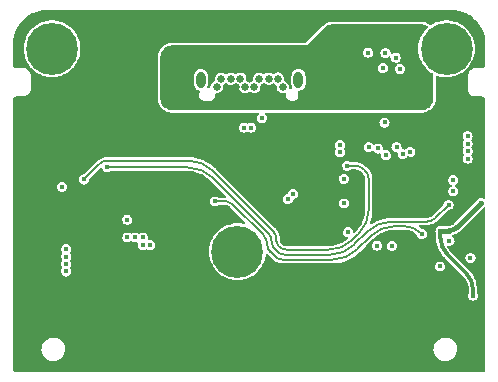
<source format=gbr>
%TF.GenerationSoftware,KiCad,Pcbnew,(6.0.4)*%
%TF.CreationDate,2022-07-06T17:36:52+08:00*%
%TF.ProjectId,JMS580_EVB,4a4d5335-3830-45f4-9556-422e6b696361,rev?*%
%TF.SameCoordinates,Original*%
%TF.FileFunction,Copper,L2,Inr*%
%TF.FilePolarity,Positive*%
%FSLAX46Y46*%
G04 Gerber Fmt 4.6, Leading zero omitted, Abs format (unit mm)*
G04 Created by KiCad (PCBNEW (6.0.4)) date 2022-07-06 17:36:52*
%MOMM*%
%LPD*%
G01*
G04 APERTURE LIST*
%TA.AperFunction,ComponentPad*%
%ADD10C,0.650000*%
%TD*%
%TA.AperFunction,ComponentPad*%
%ADD11O,0.800000X1.400000*%
%TD*%
%TA.AperFunction,ComponentPad*%
%ADD12C,0.700000*%
%TD*%
%TA.AperFunction,ComponentPad*%
%ADD13C,4.400000*%
%TD*%
%TA.AperFunction,ComponentPad*%
%ADD14O,1.400000X2.400000*%
%TD*%
%TA.AperFunction,ViaPad*%
%ADD15C,0.450000*%
%TD*%
%TA.AperFunction,Conductor*%
%ADD16C,0.300000*%
%TD*%
%TA.AperFunction,Conductor*%
%ADD17C,0.400000*%
%TD*%
%TA.AperFunction,Conductor*%
%ADD18C,0.200000*%
%TD*%
G04 APERTURE END LIST*
D10*
%TO.N,GND*%
%TO.C,J2*%
X130534999Y-69395000D03*
%TO.N,/SS_TX2X+*%
X130934999Y-68695000D03*
%TO.N,/SS_TX2X-*%
X131734999Y-68695000D03*
%TO.N,VBUS*%
X132134999Y-69395000D03*
%TO.N,CC2*%
X132534999Y-68695000D03*
%TO.N,D+*%
X132934999Y-69395000D03*
%TO.N,D-*%
X133734999Y-69395000D03*
%TO.N,unconnected-(J2-PadB8)*%
X134134999Y-68695000D03*
%TO.N,VBUS*%
X134534999Y-69395000D03*
%TO.N,SS_RX1-*%
X134934999Y-68695000D03*
%TO.N,SS_RX1+*%
X135734999Y-68695000D03*
%TO.N,GND*%
X136134999Y-69395000D03*
D11*
X128844999Y-64405000D03*
X129204999Y-68795000D03*
X137824999Y-64405000D03*
X137464999Y-68795000D03*
%TD*%
D12*
%TO.N,unconnected-(H2-Pad1)*%
%TO.C,H2*%
X116600000Y-64500000D03*
X116600000Y-67800000D03*
X118250000Y-66150000D03*
X115433274Y-64983274D03*
X117766726Y-67316726D03*
X117766726Y-64983274D03*
X115433274Y-67316726D03*
X114950000Y-66150000D03*
D13*
X116600000Y-66150000D03*
%TD*%
D12*
%TO.N,unconnected-(H3-Pad1)*%
%TO.C,H3*%
X131133274Y-82163274D03*
X133950000Y-83330000D03*
X133466726Y-84496726D03*
X132300000Y-81680000D03*
X130650000Y-83330000D03*
X131133274Y-84496726D03*
X132300000Y-84980000D03*
X133466726Y-82163274D03*
D13*
X132300000Y-83330000D03*
%TD*%
D12*
%TO.N,unconnected-(H1-Pad1)*%
%TO.C,H1*%
X150000000Y-67800000D03*
X148833274Y-67316726D03*
X148350000Y-66150000D03*
X148833274Y-64983274D03*
X151650000Y-66150000D03*
X151166726Y-67316726D03*
X151166726Y-64983274D03*
D13*
X150000000Y-66150000D03*
D12*
X150000000Y-64500000D03*
%TD*%
D14*
%TO.N,GND*%
%TO.C,J1*%
X152014200Y-90851400D03*
X114594200Y-90851400D03*
%TD*%
D15*
%TO.N,GND*%
X139700000Y-75850000D03*
X114000000Y-85000000D03*
X135000000Y-63500000D03*
X145000000Y-63500000D03*
X123000000Y-63500000D03*
X146164999Y-78050000D03*
X114000000Y-88000000D03*
X148340000Y-93000000D03*
X114000000Y-80000000D03*
X151280000Y-69210000D03*
X136340000Y-93000000D03*
X150254998Y-87050000D03*
X137340000Y-93000000D03*
X133000000Y-63500000D03*
X143340000Y-93000000D03*
X143999999Y-63500000D03*
X139340000Y-93000000D03*
X135340000Y-93000000D03*
X145164999Y-80050000D03*
X152950000Y-77270000D03*
X146000000Y-63500000D03*
X146340000Y-93000000D03*
X145370000Y-86380000D03*
X152340000Y-93000000D03*
X151340000Y-93000000D03*
X143000000Y-63500000D03*
X144340000Y-93000000D03*
X120890000Y-80550000D03*
X144164999Y-79050000D03*
X149910000Y-69210000D03*
X146164999Y-79050000D03*
X129340000Y-93000000D03*
X132340000Y-93000000D03*
X150340000Y-93000000D03*
X119000000Y-63500000D03*
X114000000Y-77000000D03*
X145370000Y-85460000D03*
X149184999Y-87050000D03*
X131340000Y-93000000D03*
X115340000Y-93000000D03*
X152980000Y-80210000D03*
X114340000Y-93000000D03*
X125340000Y-93000000D03*
X121000000Y-63500000D03*
X121290000Y-78100000D03*
X148000001Y-63500000D03*
X128340000Y-93000000D03*
X127000000Y-63500000D03*
X147000000Y-63500000D03*
X123340000Y-93000000D03*
X119340000Y-93000000D03*
X114000000Y-87000000D03*
X142000000Y-63500000D03*
X126000000Y-63500000D03*
X114000000Y-78000000D03*
X130340000Y-93000000D03*
X125000000Y-63500000D03*
X141560000Y-85460000D03*
X114000000Y-74000000D03*
X146164999Y-80050000D03*
X133340000Y-93000000D03*
X122000000Y-63500000D03*
X114000000Y-82000000D03*
X118340000Y-93000000D03*
X138340000Y-93000000D03*
X144164999Y-80050000D03*
X114000000Y-89000000D03*
X122340000Y-93000000D03*
X141340000Y-93000000D03*
X115420000Y-68990000D03*
X131000000Y-63500000D03*
X114000000Y-73000000D03*
X127340000Y-93000000D03*
X114000000Y-84000000D03*
X145164999Y-78050000D03*
X135999999Y-63500000D03*
X136930000Y-81930000D03*
X139000000Y-63500000D03*
X116850000Y-79610000D03*
X147340000Y-93000000D03*
X150595000Y-69210000D03*
X134000000Y-63500000D03*
X132000001Y-63500000D03*
X115420000Y-70000000D03*
X152950000Y-78220000D03*
X144164999Y-78050000D03*
X149340000Y-93000000D03*
X139700000Y-73290000D03*
X114000000Y-71000000D03*
X134340000Y-93000000D03*
X126340000Y-93000000D03*
X152970000Y-82240000D03*
X151254998Y-87050000D03*
X141000000Y-63500000D03*
X152980000Y-81240000D03*
X114000000Y-72000000D03*
X114000000Y-83000000D03*
X117340000Y-93000000D03*
X138740000Y-81930000D03*
X119999999Y-63500000D03*
X145340000Y-93000000D03*
X114000000Y-75000000D03*
X121340000Y-93000000D03*
X124340000Y-93000000D03*
X145164999Y-79050000D03*
X114000000Y-79000000D03*
X142340000Y-93000000D03*
X137940000Y-74570000D03*
X114000000Y-86000000D03*
X140340000Y-93000000D03*
X114000000Y-81000000D03*
X140000001Y-63500000D03*
X116340000Y-93000000D03*
X114000000Y-76000000D03*
X141560000Y-86380000D03*
X124000001Y-63500000D03*
X127999999Y-63500000D03*
X120340000Y-93000000D03*
X116830000Y-80850000D03*
%TO.N,VBUS*%
X126250000Y-69545000D03*
X123635000Y-82130000D03*
X148010000Y-70060000D03*
X124290000Y-82790000D03*
X126250000Y-67655000D03*
X122980000Y-82130000D03*
X146580000Y-65920000D03*
X126250000Y-70490000D03*
X124920000Y-82790000D03*
X141630000Y-64930000D03*
X148010000Y-69550000D03*
X126250000Y-66710000D03*
X126250000Y-68600000D03*
X117460000Y-77850000D03*
X124290000Y-82130000D03*
%TO.N,LDO_33*%
X141600000Y-76070000D03*
X152240000Y-87060000D03*
X119300000Y-77225000D03*
X144600000Y-67790000D03*
X144750000Y-72400000D03*
X152950000Y-79220000D03*
X149490000Y-81550000D03*
X144860000Y-75170000D03*
%TO.N,1V0*%
X151784999Y-75460000D03*
X141660000Y-81680000D03*
X151784999Y-73570000D03*
X151784999Y-74200000D03*
X144100000Y-82820000D03*
X141300000Y-77160000D03*
X117809999Y-83120000D03*
X117809999Y-85010000D03*
X151784999Y-74830000D03*
X122975000Y-80625000D03*
X150250000Y-82400000D03*
X146280000Y-75080000D03*
X117809999Y-83750000D03*
X141304999Y-79250000D03*
X117809999Y-84380000D03*
X145360000Y-82840000D03*
%TO.N,CC1*%
X134350000Y-72050000D03*
X150574999Y-77280000D03*
%TO.N,CC2*%
X150574999Y-78230000D03*
%TO.N,Net-(C30-Pad2)*%
X143370000Y-66480000D03*
X143420000Y-74500000D03*
%TO.N,D+*%
X141003210Y-74902698D03*
%TO.N,D-*%
X141003210Y-74302698D03*
%TO.N,SS_RX1-*%
X136557867Y-78902133D03*
%TO.N,SS_RX1+*%
X136982133Y-78477867D03*
%TO.N,GPIO11*%
X121292500Y-76200000D03*
X150170000Y-79360000D03*
%TO.N,GPIO7*%
X147910000Y-81860000D03*
X130400000Y-79080000D03*
%TO.N,GPIO4*%
X144830000Y-66490000D03*
X144200000Y-74600000D03*
%TO.N,GPIO2*%
X145770000Y-74500000D03*
X146070000Y-67850000D03*
%TO.N,GPIO1*%
X145690000Y-66900000D03*
X146930000Y-74870000D03*
%TO.N,GPIO8*%
X149445000Y-84585000D03*
%TO.N,GPIO9*%
X152030000Y-83870000D03*
%TO.N,/SS_TX2X-*%
X133444999Y-72830570D03*
%TO.N,/SS_TX2X+*%
X132844999Y-72830570D03*
%TD*%
D16*
%TO.N,LDO_33*%
X149490000Y-81550000D02*
X149490000Y-82151573D01*
D17*
X149490000Y-81550000D02*
X150175786Y-81550000D01*
X150912893Y-81257107D02*
X152950000Y-79220000D01*
D18*
X121314214Y-75625000D02*
X128107359Y-75625000D01*
D16*
X150075787Y-83565787D02*
X151654214Y-85144214D01*
D18*
X135600000Y-82289214D02*
X135600000Y-82431472D01*
D16*
X152240000Y-86558427D02*
X152240000Y-87060000D01*
D18*
X136514214Y-83180000D02*
X139952359Y-83180000D01*
X130228680Y-76503680D02*
X135307107Y-81582107D01*
D17*
X149490000Y-81550000D02*
X150205786Y-81550000D01*
D18*
X142280786Y-76070000D02*
X141600000Y-76070000D01*
X119300000Y-77225000D02*
X120607107Y-75917893D01*
X142073680Y-82301320D02*
X142546320Y-81828680D01*
X135775736Y-82855736D02*
X135807107Y-82887107D01*
X143132107Y-76507107D02*
X142987893Y-76362893D01*
X143425000Y-79707359D02*
X143425000Y-77214214D01*
X143132114Y-76507100D02*
G75*
G02*
X143425000Y-77214214I-707114J-707100D01*
G01*
D16*
X151654228Y-85144200D02*
G75*
G02*
X152240000Y-86558427I-1414228J-1414200D01*
G01*
D18*
X142280786Y-76070010D02*
G75*
G02*
X142987893Y-76362893I14J-999990D01*
G01*
D16*
X149490020Y-82151573D02*
G75*
G03*
X150075788Y-83565786I1999980J-27D01*
G01*
D18*
X143424971Y-79707359D02*
G75*
G02*
X142546320Y-81828680I-2999971J-41D01*
G01*
X121314214Y-75625010D02*
G75*
G03*
X120607107Y-75917893I-14J-999990D01*
G01*
X130228700Y-76503660D02*
G75*
G03*
X128107359Y-75625000I-2121300J-2121340D01*
G01*
X142073700Y-82301340D02*
G75*
G02*
X139952359Y-83180000I-2121300J2121340D01*
G01*
X135775722Y-82855750D02*
G75*
G02*
X135600000Y-82431472I424278J424250D01*
G01*
D17*
X150912900Y-81257114D02*
G75*
G02*
X150205786Y-81550000I-707100J707114D01*
G01*
D18*
X135599990Y-82289214D02*
G75*
G03*
X135307107Y-81582107I-999990J14D01*
G01*
X136514214Y-83179990D02*
G75*
G02*
X135807107Y-82887107I-14J999990D01*
G01*
%TO.N,GPIO11*%
X135375736Y-83065736D02*
X135617107Y-83307107D01*
X130203680Y-77078680D02*
X134907107Y-81782107D01*
X136324214Y-83600000D02*
X140087359Y-83600000D01*
X121292500Y-76200000D02*
X128082359Y-76200000D01*
X145382670Y-80789971D02*
X148325815Y-80789971D01*
X149032922Y-80497078D02*
X150170000Y-79360000D01*
X142208680Y-82721320D02*
X143261350Y-81668650D01*
X135200000Y-82489214D02*
X135200000Y-82641472D01*
X135199990Y-82489214D02*
G75*
G03*
X134907107Y-81782107I-999990J14D01*
G01*
X130203700Y-77078660D02*
G75*
G03*
X128082359Y-76200000I-2121300J-2121340D01*
G01*
X136324214Y-83599990D02*
G75*
G02*
X135617107Y-83307107I-14J999990D01*
G01*
X135375722Y-83065750D02*
G75*
G02*
X135200000Y-82641472I424278J424250D01*
G01*
X149032908Y-80497064D02*
G75*
G02*
X148325815Y-80789971I-707108J707064D01*
G01*
X142208700Y-82721340D02*
G75*
G02*
X140087359Y-83600000I-2121300J2121340D01*
G01*
X145382670Y-80789959D02*
G75*
G03*
X143261351Y-81668651I30J-3000041D01*
G01*
%TO.N,GPIO7*%
X135102893Y-83392893D02*
X135437107Y-83727107D01*
X130441317Y-79081317D02*
X131408865Y-79081317D01*
X145642641Y-81175000D02*
X146396573Y-81175000D01*
X136144214Y-84020000D02*
X140312359Y-84020000D01*
X131835026Y-79285026D02*
X134517107Y-81967107D01*
X142433680Y-83141320D02*
X143521321Y-82053679D01*
X147810787Y-81760787D02*
X147910000Y-81860000D01*
X134810000Y-82674214D02*
X134810000Y-82685786D01*
X131835032Y-79285020D02*
G75*
G03*
X131408865Y-79081317I-505532J-509980D01*
G01*
X147810801Y-81760773D02*
G75*
G03*
X146396573Y-81175000I-1414201J-1414227D01*
G01*
X134809990Y-82674214D02*
G75*
G03*
X134517107Y-81967107I-999990J14D01*
G01*
X145642641Y-81175029D02*
G75*
G03*
X143521321Y-82053679I-41J-2999971D01*
G01*
X135102886Y-83392900D02*
G75*
G02*
X134810000Y-82685786I707114J707100D01*
G01*
X136144214Y-84019990D02*
G75*
G02*
X135437107Y-83727107I-14J999990D01*
G01*
X142433700Y-83141340D02*
G75*
G02*
X140312359Y-84020000I-2121300J2121340D01*
G01*
%TD*%
%TA.AperFunction,Conductor*%
%TO.N,GND*%
G36*
X150395854Y-62852615D02*
G01*
X150407326Y-62855253D01*
X150418204Y-62852791D01*
X150428445Y-62852809D01*
X150439510Y-62851887D01*
X150591826Y-62860454D01*
X150726446Y-62868026D01*
X150737489Y-62869273D01*
X151046745Y-62921906D01*
X151057583Y-62924384D01*
X151358976Y-63011365D01*
X151369470Y-63015044D01*
X151659201Y-63135276D01*
X151669210Y-63140105D01*
X151943650Y-63292083D01*
X151953046Y-63297998D01*
X152208363Y-63479550D01*
X152208698Y-63479788D01*
X152217383Y-63486729D01*
X152275709Y-63538980D01*
X152451039Y-63696047D01*
X152458892Y-63703921D01*
X152656255Y-63925393D01*
X152667589Y-63938112D01*
X152674509Y-63946817D01*
X152855631Y-64202946D01*
X152861527Y-64212365D01*
X153012787Y-64487199D01*
X153017583Y-64497208D01*
X153137061Y-64787260D01*
X153140713Y-64797764D01*
X153226907Y-65099390D01*
X153229357Y-65110237D01*
X153281179Y-65419620D01*
X153282397Y-65430674D01*
X153297760Y-65717155D01*
X153296888Y-65727097D01*
X153296922Y-65727097D01*
X153296873Y-65738242D01*
X153294346Y-65749102D01*
X153297116Y-65761493D01*
X153299500Y-65783090D01*
X153299500Y-67490427D01*
X153297656Y-67504392D01*
X153297389Y-67511354D01*
X153294495Y-67522120D01*
X153296546Y-67533021D01*
X153294891Y-67547577D01*
X153289807Y-67574274D01*
X153286755Y-67590299D01*
X153276792Y-67618487D01*
X153258665Y-67652361D01*
X153251444Y-67665855D01*
X153233516Y-67689786D01*
X153198359Y-67724306D01*
X153195183Y-67727424D01*
X153170933Y-67744908D01*
X153123105Y-67769388D01*
X153094743Y-67778833D01*
X153052064Y-67786154D01*
X153037781Y-67787489D01*
X153027148Y-67785248D01*
X153016321Y-67787907D01*
X153014442Y-67787938D01*
X152994290Y-67790376D01*
X152510149Y-67790376D01*
X152487799Y-67787820D01*
X152482048Y-67786487D01*
X152482046Y-67786487D01*
X152476584Y-67785221D01*
X152475866Y-67785220D01*
X152470418Y-67786463D01*
X152467167Y-67786827D01*
X152462710Y-67787585D01*
X152324607Y-67803151D01*
X152180933Y-67853430D01*
X152176226Y-67856388D01*
X152056754Y-67931459D01*
X152056751Y-67931462D01*
X152052049Y-67934416D01*
X151944416Y-68042049D01*
X151941462Y-68046751D01*
X151941459Y-68046754D01*
X151925444Y-68072241D01*
X151863430Y-68170933D01*
X151813151Y-68314607D01*
X151812528Y-68320134D01*
X151797735Y-68451378D01*
X151796853Y-68456517D01*
X151796489Y-68459680D01*
X151795221Y-68465148D01*
X151795220Y-68465866D01*
X151796463Y-68471316D01*
X151796463Y-68471317D01*
X151797869Y-68477483D01*
X151800348Y-68499577D01*
X151800305Y-68550500D01*
X151799528Y-69480942D01*
X151797011Y-69503043D01*
X151794344Y-69514641D01*
X151796020Y-69522048D01*
X151812269Y-69666264D01*
X151832729Y-69724735D01*
X151857473Y-69795447D01*
X151862545Y-69809943D01*
X151943531Y-69938832D01*
X152051168Y-70046469D01*
X152180057Y-70127455D01*
X152185307Y-70129292D01*
X152185309Y-70129293D01*
X152220638Y-70141655D01*
X152323736Y-70177731D01*
X152460524Y-70193143D01*
X152465659Y-70194025D01*
X152468821Y-70194389D01*
X152474282Y-70195655D01*
X152475000Y-70195656D01*
X152480452Y-70194412D01*
X152480455Y-70194412D01*
X152486734Y-70192980D01*
X152508752Y-70190500D01*
X152980997Y-70190500D01*
X153000536Y-70192447D01*
X153005213Y-70193389D01*
X153005215Y-70193389D01*
X153016143Y-70195589D01*
X153026544Y-70192934D01*
X153040992Y-70193707D01*
X153087482Y-70199901D01*
X153117652Y-70208978D01*
X153167845Y-70233352D01*
X153193632Y-70251448D01*
X153212446Y-70269754D01*
X153233620Y-70290356D01*
X153252417Y-70315639D01*
X153278156Y-70365141D01*
X153288057Y-70395049D01*
X153295577Y-70441686D01*
X153296665Y-70455431D01*
X153294344Y-70465527D01*
X153296805Y-70476401D01*
X153297058Y-70477517D01*
X153299500Y-70499372D01*
X153299500Y-78758975D01*
X153280593Y-78817166D01*
X153231093Y-78853130D01*
X153169907Y-78853130D01*
X153155555Y-78847185D01*
X153090067Y-78813817D01*
X153090064Y-78813816D01*
X153083126Y-78810281D01*
X153075432Y-78809062D01*
X153075431Y-78809062D01*
X152957696Y-78790415D01*
X152950000Y-78789196D01*
X152942304Y-78790415D01*
X152824569Y-78809062D01*
X152824568Y-78809062D01*
X152816874Y-78810281D01*
X152809935Y-78813817D01*
X152809934Y-78813817D01*
X152703719Y-78867936D01*
X152703717Y-78867937D01*
X152696780Y-78871472D01*
X152601472Y-78966780D01*
X152597937Y-78973717D01*
X152597936Y-78973719D01*
X152571862Y-79024893D01*
X152553656Y-79049952D01*
X150657489Y-80946118D01*
X150645675Y-80956207D01*
X150626170Y-80970378D01*
X150621587Y-80976686D01*
X150619172Y-80979101D01*
X150604765Y-80994383D01*
X150546397Y-81042284D01*
X150530261Y-81053065D01*
X150525138Y-81055804D01*
X150443812Y-81099272D01*
X150425882Y-81106698D01*
X150332077Y-81135152D01*
X150313045Y-81138938D01*
X150237868Y-81146341D01*
X150217023Y-81145727D01*
X150213488Y-81145727D01*
X150205792Y-81144508D01*
X150198095Y-81145727D01*
X150198094Y-81145727D01*
X150181967Y-81148281D01*
X150166482Y-81149500D01*
X149663234Y-81149500D01*
X149632641Y-81144654D01*
X149630067Y-81143817D01*
X149623126Y-81140281D01*
X149615434Y-81139063D01*
X149615432Y-81139062D01*
X149497696Y-81120415D01*
X149490000Y-81119196D01*
X149482304Y-81120415D01*
X149364569Y-81139062D01*
X149364568Y-81139062D01*
X149356874Y-81140281D01*
X149349935Y-81143817D01*
X149349934Y-81143817D01*
X149243719Y-81197936D01*
X149243717Y-81197937D01*
X149236780Y-81201472D01*
X149141472Y-81296780D01*
X149137937Y-81303717D01*
X149137936Y-81303719D01*
X149084277Y-81409032D01*
X149080281Y-81416874D01*
X149079062Y-81424568D01*
X149079062Y-81424569D01*
X149070463Y-81478861D01*
X149059196Y-81550000D01*
X149060415Y-81557696D01*
X149073595Y-81640909D01*
X149080281Y-81683126D01*
X149083817Y-81690065D01*
X149083817Y-81690066D01*
X149092337Y-81706788D01*
X149112081Y-81745536D01*
X149128710Y-81778173D01*
X149139500Y-81823118D01*
X149139500Y-82116193D01*
X149138281Y-82131681D01*
X149135131Y-82151568D01*
X149136192Y-82158268D01*
X149136349Y-82161065D01*
X149136349Y-82162112D01*
X149136473Y-82163267D01*
X149150615Y-82415155D01*
X149194834Y-82675427D01*
X149195604Y-82678099D01*
X149195604Y-82678100D01*
X149266192Y-82923126D01*
X149267916Y-82929112D01*
X149368942Y-83173019D01*
X149370285Y-83175449D01*
X149466748Y-83349990D01*
X149496642Y-83404081D01*
X149649410Y-83619392D01*
X149651258Y-83621460D01*
X149651262Y-83621465D01*
X149817641Y-83807645D01*
X149818192Y-83808328D01*
X149818751Y-83808887D01*
X149820977Y-83811378D01*
X149824854Y-83816715D01*
X149831159Y-83821296D01*
X149831161Y-83821298D01*
X149841146Y-83828553D01*
X149852959Y-83838641D01*
X151381356Y-85367037D01*
X151391442Y-85378846D01*
X151403281Y-85395142D01*
X151409588Y-85399724D01*
X151410381Y-85400300D01*
X151426626Y-85415120D01*
X151487319Y-85484329D01*
X151544367Y-85549382D01*
X151552250Y-85559656D01*
X151664912Y-85728271D01*
X151671387Y-85739485D01*
X151761080Y-85921368D01*
X151766034Y-85933332D01*
X151800399Y-86034569D01*
X151831213Y-86125349D01*
X151834565Y-86137858D01*
X151874125Y-86336756D01*
X151875815Y-86349594D01*
X151887498Y-86527875D01*
X151886491Y-86549834D01*
X151885131Y-86558422D01*
X151886350Y-86566119D01*
X151888281Y-86578311D01*
X151889500Y-86593797D01*
X151889500Y-86786882D01*
X151878710Y-86831826D01*
X151830281Y-86926874D01*
X151809196Y-87060000D01*
X151830281Y-87193126D01*
X151891472Y-87313220D01*
X151986780Y-87408528D01*
X151993717Y-87412063D01*
X151993719Y-87412064D01*
X152099934Y-87466183D01*
X152106874Y-87469719D01*
X152114568Y-87470938D01*
X152114569Y-87470938D01*
X152232304Y-87489585D01*
X152240000Y-87490804D01*
X152247696Y-87489585D01*
X152365431Y-87470938D01*
X152365432Y-87470938D01*
X152373126Y-87469719D01*
X152380066Y-87466183D01*
X152486281Y-87412064D01*
X152486283Y-87412063D01*
X152493220Y-87408528D01*
X152588528Y-87313220D01*
X152649719Y-87193126D01*
X152670804Y-87060000D01*
X152649719Y-86926874D01*
X152601290Y-86831826D01*
X152590500Y-86786882D01*
X152590500Y-86593807D01*
X152591719Y-86578319D01*
X152593650Y-86566126D01*
X152594869Y-86558432D01*
X152593839Y-86551927D01*
X152593651Y-86548578D01*
X152593651Y-86547796D01*
X152593558Y-86546928D01*
X152592489Y-86527875D01*
X152582479Y-86349594D01*
X152579562Y-86297631D01*
X152579561Y-86297623D01*
X152579405Y-86294843D01*
X152535186Y-86034569D01*
X152462103Y-85780882D01*
X152361076Y-85536973D01*
X152296274Y-85419719D01*
X152234719Y-85308341D01*
X152234715Y-85308335D01*
X152233375Y-85305910D01*
X152080606Y-85090597D01*
X152078751Y-85088521D01*
X152078746Y-85088515D01*
X151912241Y-84902191D01*
X151911881Y-84901745D01*
X151911505Y-84901369D01*
X151908909Y-84898464D01*
X151905147Y-84893286D01*
X151888852Y-84881447D01*
X151877045Y-84871363D01*
X150875682Y-83870000D01*
X151599196Y-83870000D01*
X151600415Y-83877696D01*
X151609184Y-83933059D01*
X151620281Y-84003126D01*
X151623817Y-84010065D01*
X151623817Y-84010066D01*
X151656280Y-84073777D01*
X151681472Y-84123220D01*
X151776780Y-84218528D01*
X151783717Y-84222063D01*
X151783719Y-84222064D01*
X151861266Y-84261576D01*
X151896874Y-84279719D01*
X151904568Y-84280938D01*
X151904569Y-84280938D01*
X152022304Y-84299585D01*
X152030000Y-84300804D01*
X152037696Y-84299585D01*
X152155431Y-84280938D01*
X152155432Y-84280938D01*
X152163126Y-84279719D01*
X152198734Y-84261576D01*
X152276281Y-84222064D01*
X152276283Y-84222063D01*
X152283220Y-84218528D01*
X152378528Y-84123220D01*
X152403721Y-84073777D01*
X152436183Y-84010066D01*
X152436183Y-84010065D01*
X152439719Y-84003126D01*
X152450817Y-83933059D01*
X152459585Y-83877696D01*
X152460804Y-83870000D01*
X152439719Y-83736874D01*
X152387566Y-83634518D01*
X152382064Y-83623719D01*
X152382063Y-83623717D01*
X152378528Y-83616780D01*
X152283220Y-83521472D01*
X152276283Y-83517937D01*
X152276281Y-83517936D01*
X152170066Y-83463817D01*
X152170065Y-83463817D01*
X152163126Y-83460281D01*
X152155432Y-83459062D01*
X152155431Y-83459062D01*
X152037696Y-83440415D01*
X152030000Y-83439196D01*
X152022304Y-83440415D01*
X151904569Y-83459062D01*
X151904568Y-83459062D01*
X151896874Y-83460281D01*
X151889935Y-83463817D01*
X151889934Y-83463817D01*
X151783719Y-83517936D01*
X151783717Y-83517937D01*
X151776780Y-83521472D01*
X151681472Y-83616780D01*
X151677937Y-83623717D01*
X151677936Y-83623719D01*
X151672434Y-83634518D01*
X151620281Y-83736874D01*
X151599196Y-83870000D01*
X150875682Y-83870000D01*
X150348645Y-83342963D01*
X150338555Y-83331149D01*
X150331298Y-83321160D01*
X150331297Y-83321159D01*
X150326720Y-83314859D01*
X150319692Y-83309753D01*
X150303446Y-83294932D01*
X150272871Y-83260066D01*
X150210135Y-83188528D01*
X150185650Y-83160607D01*
X150177767Y-83150334D01*
X150065106Y-82981721D01*
X150058631Y-82970505D01*
X150052250Y-82957565D01*
X150043471Y-82897013D01*
X150071961Y-82842865D01*
X150126837Y-82815804D01*
X150156524Y-82815999D01*
X150250000Y-82830804D01*
X150257696Y-82829585D01*
X150260898Y-82829078D01*
X150307790Y-82821651D01*
X150375431Y-82810938D01*
X150375432Y-82810938D01*
X150383126Y-82809719D01*
X150390066Y-82806183D01*
X150496281Y-82752064D01*
X150496283Y-82752063D01*
X150503220Y-82748528D01*
X150598528Y-82653220D01*
X150611324Y-82628108D01*
X150656183Y-82540066D01*
X150656183Y-82540065D01*
X150659719Y-82533126D01*
X150667807Y-82482064D01*
X150679176Y-82410281D01*
X150680804Y-82400000D01*
X150668794Y-82324172D01*
X150660938Y-82274569D01*
X150660938Y-82274568D01*
X150659719Y-82266874D01*
X150656183Y-82259934D01*
X150602064Y-82153719D01*
X150602063Y-82153717D01*
X150598528Y-82146780D01*
X150523228Y-82071480D01*
X150495451Y-82016963D01*
X150505022Y-81956531D01*
X150548287Y-81913266D01*
X150566957Y-81906100D01*
X150569037Y-81905686D01*
X150572099Y-81904646D01*
X150572105Y-81904645D01*
X150739824Y-81847715D01*
X150739833Y-81847711D01*
X150742883Y-81846676D01*
X150783420Y-81826686D01*
X150904642Y-81766908D01*
X150904647Y-81766905D01*
X150907539Y-81765479D01*
X150910222Y-81763686D01*
X150910226Y-81763684D01*
X151004916Y-81700415D01*
X151060188Y-81663484D01*
X151178767Y-81559496D01*
X151185837Y-81553847D01*
X151199616Y-81543836D01*
X151213793Y-81524323D01*
X151223877Y-81512516D01*
X153120048Y-79616344D01*
X153145104Y-79598140D01*
X153155552Y-79592816D01*
X153215983Y-79583242D01*
X153270501Y-79611018D01*
X153298281Y-79665533D01*
X153299500Y-79681024D01*
X153299500Y-93400500D01*
X153280593Y-93458691D01*
X153231093Y-93494655D01*
X153200500Y-93499500D01*
X113399500Y-93499500D01*
X113341309Y-93480593D01*
X113305345Y-93431093D01*
X113300500Y-93400500D01*
X113300500Y-91660526D01*
X115704741Y-91660526D01*
X115735135Y-91861497D01*
X115805319Y-92052252D01*
X115912426Y-92224999D01*
X116052081Y-92372680D01*
X116056186Y-92375554D01*
X116056189Y-92375557D01*
X116139558Y-92433932D01*
X116218579Y-92489263D01*
X116223175Y-92491252D01*
X116223177Y-92491253D01*
X116320356Y-92533306D01*
X116405119Y-92569986D01*
X116604080Y-92611551D01*
X116608632Y-92611790D01*
X116609434Y-92611832D01*
X116609449Y-92611832D01*
X116610739Y-92611900D01*
X116760000Y-92611900D01*
X116762488Y-92611647D01*
X116762494Y-92611647D01*
X116823016Y-92605499D01*
X116911416Y-92596520D01*
X117105372Y-92535738D01*
X117283144Y-92437197D01*
X117437471Y-92304923D01*
X117562048Y-92144319D01*
X117651787Y-91961945D01*
X117703022Y-91765252D01*
X117708510Y-91660526D01*
X148894741Y-91660526D01*
X148925135Y-91861497D01*
X148995319Y-92052252D01*
X149102426Y-92224999D01*
X149242081Y-92372680D01*
X149246186Y-92375554D01*
X149246189Y-92375557D01*
X149329558Y-92433932D01*
X149408579Y-92489263D01*
X149413175Y-92491252D01*
X149413177Y-92491253D01*
X149510356Y-92533306D01*
X149595119Y-92569986D01*
X149794080Y-92611551D01*
X149798632Y-92611790D01*
X149799434Y-92611832D01*
X149799449Y-92611832D01*
X149800739Y-92611900D01*
X149950000Y-92611900D01*
X149952488Y-92611647D01*
X149952494Y-92611647D01*
X150013016Y-92605499D01*
X150101416Y-92596520D01*
X150295372Y-92535738D01*
X150473144Y-92437197D01*
X150627471Y-92304923D01*
X150752048Y-92144319D01*
X150841787Y-91961945D01*
X150893022Y-91765252D01*
X150903659Y-91562274D01*
X150873265Y-91361303D01*
X150803081Y-91170548D01*
X150695974Y-90997801D01*
X150556319Y-90850120D01*
X150552214Y-90847246D01*
X150552211Y-90847243D01*
X150393927Y-90736412D01*
X150389821Y-90733537D01*
X150385225Y-90731548D01*
X150385223Y-90731547D01*
X150207877Y-90654803D01*
X150207878Y-90654803D01*
X150203281Y-90652814D01*
X150004320Y-90611249D01*
X149999768Y-90611010D01*
X149998966Y-90610968D01*
X149998951Y-90610968D01*
X149997661Y-90610900D01*
X149848400Y-90610900D01*
X149845912Y-90611153D01*
X149845906Y-90611153D01*
X149785384Y-90617301D01*
X149696984Y-90626280D01*
X149503028Y-90687062D01*
X149325256Y-90785603D01*
X149170929Y-90917877D01*
X149046352Y-91078481D01*
X148956613Y-91260855D01*
X148905378Y-91457548D01*
X148894741Y-91660526D01*
X117708510Y-91660526D01*
X117713659Y-91562274D01*
X117683265Y-91361303D01*
X117613081Y-91170548D01*
X117505974Y-90997801D01*
X117366319Y-90850120D01*
X117362214Y-90847246D01*
X117362211Y-90847243D01*
X117203927Y-90736412D01*
X117199821Y-90733537D01*
X117195225Y-90731548D01*
X117195223Y-90731547D01*
X117017877Y-90654803D01*
X117017878Y-90654803D01*
X117013281Y-90652814D01*
X116814320Y-90611249D01*
X116809768Y-90611010D01*
X116808966Y-90610968D01*
X116808951Y-90610968D01*
X116807661Y-90610900D01*
X116658400Y-90610900D01*
X116655912Y-90611153D01*
X116655906Y-90611153D01*
X116595384Y-90617301D01*
X116506984Y-90626280D01*
X116313028Y-90687062D01*
X116135256Y-90785603D01*
X115980929Y-90917877D01*
X115856352Y-91078481D01*
X115766613Y-91260855D01*
X115715378Y-91457548D01*
X115704741Y-91660526D01*
X113300500Y-91660526D01*
X113300500Y-85010000D01*
X117379195Y-85010000D01*
X117380414Y-85017696D01*
X117391631Y-85088515D01*
X117400280Y-85143126D01*
X117403816Y-85150065D01*
X117403816Y-85150066D01*
X117419649Y-85181139D01*
X117461471Y-85263220D01*
X117556779Y-85358528D01*
X117563716Y-85362063D01*
X117563718Y-85362064D01*
X117638761Y-85400300D01*
X117676873Y-85419719D01*
X117684567Y-85420938D01*
X117684568Y-85420938D01*
X117802303Y-85439585D01*
X117809999Y-85440804D01*
X117817695Y-85439585D01*
X117935430Y-85420938D01*
X117935431Y-85420938D01*
X117943125Y-85419719D01*
X117981237Y-85400300D01*
X118056280Y-85362064D01*
X118056282Y-85362063D01*
X118063219Y-85358528D01*
X118158527Y-85263220D01*
X118200350Y-85181139D01*
X118216182Y-85150066D01*
X118216182Y-85150065D01*
X118219718Y-85143126D01*
X118228368Y-85088515D01*
X118239584Y-85017696D01*
X118240803Y-85010000D01*
X118223138Y-84898464D01*
X118220937Y-84884569D01*
X118220937Y-84884568D01*
X118219718Y-84876874D01*
X118158527Y-84756780D01*
X118154161Y-84752414D01*
X118135506Y-84694999D01*
X118154161Y-84637586D01*
X118158527Y-84633220D01*
X118183097Y-84585000D01*
X118216182Y-84520066D01*
X118216182Y-84520065D01*
X118219718Y-84513126D01*
X118223165Y-84491366D01*
X118239584Y-84387696D01*
X118240803Y-84380000D01*
X118232113Y-84325136D01*
X118220937Y-84254569D01*
X118220937Y-84254568D01*
X118219718Y-84246874D01*
X118205275Y-84218528D01*
X118162063Y-84133719D01*
X118162062Y-84133717D01*
X118158527Y-84126780D01*
X118154161Y-84122414D01*
X118135506Y-84064999D01*
X118154161Y-84007586D01*
X118158527Y-84003220D01*
X118187404Y-83946547D01*
X118216182Y-83890066D01*
X118216182Y-83890065D01*
X118219718Y-83883126D01*
X118228362Y-83828553D01*
X118239584Y-83757696D01*
X118240803Y-83750000D01*
X118234946Y-83713022D01*
X118220937Y-83624569D01*
X118220937Y-83624568D01*
X118219718Y-83616874D01*
X118198893Y-83576002D01*
X118162063Y-83503719D01*
X118162062Y-83503717D01*
X118158527Y-83496780D01*
X118154161Y-83492414D01*
X118135506Y-83434999D01*
X118154161Y-83377586D01*
X118158527Y-83373220D01*
X118162882Y-83364674D01*
X118216182Y-83260066D01*
X118216182Y-83260065D01*
X118219718Y-83253126D01*
X118223986Y-83226183D01*
X118238520Y-83134414D01*
X118240803Y-83120000D01*
X118219718Y-82986874D01*
X118190287Y-82929112D01*
X118162063Y-82873719D01*
X118162062Y-82873717D01*
X118158527Y-82866780D01*
X118063219Y-82771472D01*
X118056282Y-82767937D01*
X118056280Y-82767936D01*
X117950065Y-82713817D01*
X117950064Y-82713817D01*
X117943125Y-82710281D01*
X117935431Y-82709062D01*
X117935430Y-82709062D01*
X117817695Y-82690415D01*
X117809999Y-82689196D01*
X117802303Y-82690415D01*
X117684568Y-82709062D01*
X117684567Y-82709062D01*
X117676873Y-82710281D01*
X117669934Y-82713817D01*
X117669933Y-82713817D01*
X117563718Y-82767936D01*
X117563716Y-82767937D01*
X117556779Y-82771472D01*
X117461471Y-82866780D01*
X117457936Y-82873717D01*
X117457935Y-82873719D01*
X117429711Y-82929112D01*
X117400280Y-82986874D01*
X117379195Y-83120000D01*
X117381478Y-83134414D01*
X117396013Y-83226183D01*
X117400280Y-83253126D01*
X117403816Y-83260065D01*
X117403816Y-83260066D01*
X117457117Y-83364674D01*
X117461471Y-83373220D01*
X117465837Y-83377586D01*
X117484492Y-83435001D01*
X117465837Y-83492414D01*
X117461471Y-83496780D01*
X117457936Y-83503717D01*
X117457935Y-83503719D01*
X117421105Y-83576002D01*
X117400280Y-83616874D01*
X117399061Y-83624568D01*
X117399061Y-83624569D01*
X117385052Y-83713022D01*
X117379195Y-83750000D01*
X117380414Y-83757696D01*
X117391637Y-83828553D01*
X117400280Y-83883126D01*
X117403816Y-83890065D01*
X117403816Y-83890066D01*
X117432595Y-83946547D01*
X117461471Y-84003220D01*
X117465837Y-84007586D01*
X117484492Y-84065001D01*
X117465837Y-84122414D01*
X117461471Y-84126780D01*
X117457936Y-84133717D01*
X117457935Y-84133719D01*
X117414723Y-84218528D01*
X117400280Y-84246874D01*
X117399061Y-84254568D01*
X117399061Y-84254569D01*
X117387885Y-84325136D01*
X117379195Y-84380000D01*
X117380414Y-84387696D01*
X117396834Y-84491366D01*
X117400280Y-84513126D01*
X117403816Y-84520065D01*
X117403816Y-84520066D01*
X117436902Y-84585000D01*
X117461471Y-84633220D01*
X117465837Y-84637586D01*
X117484492Y-84695001D01*
X117465837Y-84752414D01*
X117461471Y-84756780D01*
X117400280Y-84876874D01*
X117399061Y-84884568D01*
X117399061Y-84884569D01*
X117396860Y-84898464D01*
X117379195Y-85010000D01*
X113300500Y-85010000D01*
X113300500Y-82130000D01*
X122549196Y-82130000D01*
X122550415Y-82137696D01*
X122568728Y-82253319D01*
X122570281Y-82263126D01*
X122573817Y-82270065D01*
X122573817Y-82270066D01*
X122601386Y-82324172D01*
X122631472Y-82383220D01*
X122726780Y-82478528D01*
X122733717Y-82482063D01*
X122733719Y-82482064D01*
X122839934Y-82536183D01*
X122846874Y-82539719D01*
X122854568Y-82540938D01*
X122854569Y-82540938D01*
X122972304Y-82559585D01*
X122980000Y-82560804D01*
X122987696Y-82559585D01*
X123105431Y-82540938D01*
X123105432Y-82540938D01*
X123113126Y-82539719D01*
X123120066Y-82536183D01*
X123226281Y-82482064D01*
X123226283Y-82482063D01*
X123233220Y-82478528D01*
X123238726Y-82473022D01*
X123245034Y-82468439D01*
X123246080Y-82469878D01*
X123292013Y-82446475D01*
X123352445Y-82456046D01*
X123369806Y-82468659D01*
X123369966Y-82468439D01*
X123376274Y-82473022D01*
X123381780Y-82478528D01*
X123388717Y-82482063D01*
X123388719Y-82482064D01*
X123494934Y-82536183D01*
X123501874Y-82539719D01*
X123509568Y-82540938D01*
X123509569Y-82540938D01*
X123627304Y-82559585D01*
X123635000Y-82560804D01*
X123642696Y-82559585D01*
X123760430Y-82540938D01*
X123768126Y-82539719D01*
X123768684Y-82543243D01*
X123814671Y-82543389D01*
X123864057Y-82579509D01*
X123882781Y-82637759D01*
X123879735Y-82656787D01*
X123880281Y-82656874D01*
X123859196Y-82790000D01*
X123860415Y-82797696D01*
X123872879Y-82876389D01*
X123880281Y-82923126D01*
X123883817Y-82930065D01*
X123883817Y-82930066D01*
X123935578Y-83031652D01*
X123941472Y-83043220D01*
X124036780Y-83138528D01*
X124043717Y-83142063D01*
X124043719Y-83142064D01*
X124080112Y-83160607D01*
X124156874Y-83199719D01*
X124164568Y-83200938D01*
X124164569Y-83200938D01*
X124282304Y-83219585D01*
X124290000Y-83220804D01*
X124297696Y-83219585D01*
X124415431Y-83200938D01*
X124415432Y-83200938D01*
X124423126Y-83199719D01*
X124499888Y-83160607D01*
X124536281Y-83142064D01*
X124536283Y-83142063D01*
X124543220Y-83138528D01*
X124547586Y-83134162D01*
X124605001Y-83115507D01*
X124662414Y-83134162D01*
X124666780Y-83138528D01*
X124673717Y-83142063D01*
X124673719Y-83142064D01*
X124710112Y-83160607D01*
X124786874Y-83199719D01*
X124794568Y-83200938D01*
X124794569Y-83200938D01*
X124912304Y-83219585D01*
X124920000Y-83220804D01*
X124927696Y-83219585D01*
X125045431Y-83200938D01*
X125045432Y-83200938D01*
X125053126Y-83199719D01*
X125129888Y-83160607D01*
X125166281Y-83142064D01*
X125166283Y-83142063D01*
X125173220Y-83138528D01*
X125268528Y-83043220D01*
X125274423Y-83031652D01*
X125326183Y-82930066D01*
X125326183Y-82930065D01*
X125329719Y-82923126D01*
X125337122Y-82876389D01*
X125349585Y-82797696D01*
X125350804Y-82790000D01*
X125340988Y-82728024D01*
X125330938Y-82664569D01*
X125330938Y-82664568D01*
X125329719Y-82656874D01*
X125321111Y-82639979D01*
X125272064Y-82543719D01*
X125272063Y-82543717D01*
X125268528Y-82536780D01*
X125173220Y-82441472D01*
X125166283Y-82437937D01*
X125166281Y-82437936D01*
X125060066Y-82383817D01*
X125060065Y-82383817D01*
X125053126Y-82380281D01*
X125045432Y-82379062D01*
X125045431Y-82379062D01*
X124927696Y-82360415D01*
X124920000Y-82359196D01*
X124813026Y-82376139D01*
X124752595Y-82366568D01*
X124709330Y-82323303D01*
X124699759Y-82262871D01*
X124700225Y-82259934D01*
X124720804Y-82130000D01*
X124711339Y-82070240D01*
X124700938Y-82004569D01*
X124700938Y-82004568D01*
X124699719Y-81996874D01*
X124696183Y-81989934D01*
X124642064Y-81883719D01*
X124642063Y-81883717D01*
X124638528Y-81876780D01*
X124543220Y-81781472D01*
X124536283Y-81777937D01*
X124536281Y-81777936D01*
X124430066Y-81723817D01*
X124430065Y-81723817D01*
X124423126Y-81720281D01*
X124415432Y-81719062D01*
X124415431Y-81719062D01*
X124315160Y-81703181D01*
X124290000Y-81699196D01*
X124264840Y-81703181D01*
X124164569Y-81719062D01*
X124164568Y-81719062D01*
X124156874Y-81720281D01*
X124149935Y-81723817D01*
X124149934Y-81723817D01*
X124043719Y-81777936D01*
X124043717Y-81777937D01*
X124036780Y-81781472D01*
X124031274Y-81786978D01*
X124024966Y-81791561D01*
X124023920Y-81790122D01*
X123977987Y-81813525D01*
X123917555Y-81803954D01*
X123900194Y-81791341D01*
X123900034Y-81791561D01*
X123893726Y-81786978D01*
X123888220Y-81781472D01*
X123881283Y-81777937D01*
X123881281Y-81777936D01*
X123775066Y-81723817D01*
X123775065Y-81723817D01*
X123768126Y-81720281D01*
X123760432Y-81719062D01*
X123760431Y-81719062D01*
X123660160Y-81703181D01*
X123635000Y-81699196D01*
X123609840Y-81703181D01*
X123509569Y-81719062D01*
X123509568Y-81719062D01*
X123501874Y-81720281D01*
X123494935Y-81723817D01*
X123494934Y-81723817D01*
X123388719Y-81777936D01*
X123388717Y-81777937D01*
X123381780Y-81781472D01*
X123376274Y-81786978D01*
X123369966Y-81791561D01*
X123368920Y-81790122D01*
X123322987Y-81813525D01*
X123262555Y-81803954D01*
X123245194Y-81791341D01*
X123245034Y-81791561D01*
X123238726Y-81786978D01*
X123233220Y-81781472D01*
X123226283Y-81777937D01*
X123226281Y-81777936D01*
X123120066Y-81723817D01*
X123120065Y-81723817D01*
X123113126Y-81720281D01*
X123105432Y-81719062D01*
X123105431Y-81719062D01*
X123005160Y-81703181D01*
X122980000Y-81699196D01*
X122954840Y-81703181D01*
X122854569Y-81719062D01*
X122854568Y-81719062D01*
X122846874Y-81720281D01*
X122839935Y-81723817D01*
X122839934Y-81723817D01*
X122733719Y-81777936D01*
X122733717Y-81777937D01*
X122726780Y-81781472D01*
X122631472Y-81876780D01*
X122627937Y-81883717D01*
X122627936Y-81883719D01*
X122573817Y-81989934D01*
X122570281Y-81996874D01*
X122569062Y-82004568D01*
X122569062Y-82004569D01*
X122558661Y-82070240D01*
X122549196Y-82130000D01*
X113300500Y-82130000D01*
X113300500Y-80625000D01*
X122544196Y-80625000D01*
X122545415Y-80632696D01*
X122563535Y-80747100D01*
X122565281Y-80758126D01*
X122568817Y-80765065D01*
X122568817Y-80765066D01*
X122613966Y-80853675D01*
X122626472Y-80878220D01*
X122721780Y-80973528D01*
X122728717Y-80977063D01*
X122728719Y-80977064D01*
X122834934Y-81031183D01*
X122841874Y-81034719D01*
X122849568Y-81035938D01*
X122849569Y-81035938D01*
X122928695Y-81048470D01*
X122957720Y-81053067D01*
X122967304Y-81054585D01*
X122975000Y-81055804D01*
X122982696Y-81054585D01*
X122992281Y-81053067D01*
X123021305Y-81048470D01*
X123100431Y-81035938D01*
X123100432Y-81035938D01*
X123108126Y-81034719D01*
X123115066Y-81031183D01*
X123221281Y-80977064D01*
X123221283Y-80977063D01*
X123228220Y-80973528D01*
X123323528Y-80878220D01*
X123336035Y-80853675D01*
X123381183Y-80765066D01*
X123381183Y-80765065D01*
X123384719Y-80758126D01*
X123386466Y-80747100D01*
X123404585Y-80632696D01*
X123405804Y-80625000D01*
X123399947Y-80588022D01*
X123385938Y-80499569D01*
X123385938Y-80499568D01*
X123384719Y-80491874D01*
X123381183Y-80484934D01*
X123327064Y-80378719D01*
X123327063Y-80378717D01*
X123323528Y-80371780D01*
X123228220Y-80276472D01*
X123221283Y-80272937D01*
X123221281Y-80272936D01*
X123115066Y-80218817D01*
X123115065Y-80218817D01*
X123108126Y-80215281D01*
X123100432Y-80214062D01*
X123100431Y-80214062D01*
X122982696Y-80195415D01*
X122975000Y-80194196D01*
X122967304Y-80195415D01*
X122849569Y-80214062D01*
X122849568Y-80214062D01*
X122841874Y-80215281D01*
X122834935Y-80218817D01*
X122834934Y-80218817D01*
X122728719Y-80272936D01*
X122728717Y-80272937D01*
X122721780Y-80276472D01*
X122626472Y-80371780D01*
X122622937Y-80378717D01*
X122622936Y-80378719D01*
X122568817Y-80484934D01*
X122565281Y-80491874D01*
X122564062Y-80499568D01*
X122564062Y-80499569D01*
X122550053Y-80588022D01*
X122544196Y-80625000D01*
X113300500Y-80625000D01*
X113300500Y-77850000D01*
X117029196Y-77850000D01*
X117050281Y-77983126D01*
X117053817Y-77990065D01*
X117053817Y-77990066D01*
X117095404Y-78071684D01*
X117111472Y-78103220D01*
X117206780Y-78198528D01*
X117213717Y-78202063D01*
X117213719Y-78202064D01*
X117283651Y-78237696D01*
X117326874Y-78259719D01*
X117334568Y-78260938D01*
X117334569Y-78260938D01*
X117452304Y-78279585D01*
X117460000Y-78280804D01*
X117467696Y-78279585D01*
X117585431Y-78260938D01*
X117585432Y-78260938D01*
X117593126Y-78259719D01*
X117636349Y-78237696D01*
X117706281Y-78202064D01*
X117706283Y-78202063D01*
X117713220Y-78198528D01*
X117808528Y-78103220D01*
X117824597Y-78071684D01*
X117866183Y-77990066D01*
X117866183Y-77990065D01*
X117869719Y-77983126D01*
X117890804Y-77850000D01*
X117882876Y-77799945D01*
X117870938Y-77724569D01*
X117870938Y-77724568D01*
X117869719Y-77716874D01*
X117855883Y-77689719D01*
X117812064Y-77603719D01*
X117812063Y-77603717D01*
X117808528Y-77596780D01*
X117713220Y-77501472D01*
X117706283Y-77497937D01*
X117706281Y-77497936D01*
X117600066Y-77443817D01*
X117600065Y-77443817D01*
X117593126Y-77440281D01*
X117585432Y-77439062D01*
X117585431Y-77439062D01*
X117467696Y-77420415D01*
X117460000Y-77419196D01*
X117452304Y-77420415D01*
X117334569Y-77439062D01*
X117334568Y-77439062D01*
X117326874Y-77440281D01*
X117319935Y-77443817D01*
X117319934Y-77443817D01*
X117213719Y-77497936D01*
X117213717Y-77497937D01*
X117206780Y-77501472D01*
X117111472Y-77596780D01*
X117107937Y-77603717D01*
X117107936Y-77603719D01*
X117064117Y-77689719D01*
X117050281Y-77716874D01*
X117049062Y-77724568D01*
X117049062Y-77724569D01*
X117037124Y-77799945D01*
X117029196Y-77850000D01*
X113300500Y-77850000D01*
X113300500Y-77225000D01*
X118869196Y-77225000D01*
X118870415Y-77232696D01*
X118882621Y-77309760D01*
X118890281Y-77358126D01*
X118893817Y-77365065D01*
X118893817Y-77365066D01*
X118933943Y-77443817D01*
X118951472Y-77478220D01*
X119046780Y-77573528D01*
X119053717Y-77577063D01*
X119053719Y-77577064D01*
X119106033Y-77603719D01*
X119166874Y-77634719D01*
X119174568Y-77635938D01*
X119174569Y-77635938D01*
X119292304Y-77654585D01*
X119300000Y-77655804D01*
X119307696Y-77654585D01*
X119425431Y-77635938D01*
X119425432Y-77635938D01*
X119433126Y-77634719D01*
X119493967Y-77603719D01*
X119546281Y-77577064D01*
X119546283Y-77577063D01*
X119553220Y-77573528D01*
X119648528Y-77478220D01*
X119666058Y-77443817D01*
X119706183Y-77365066D01*
X119706183Y-77365065D01*
X119709719Y-77358126D01*
X119716410Y-77315880D01*
X119726870Y-77249841D01*
X119754647Y-77195324D01*
X120709030Y-76240941D01*
X120763547Y-76213164D01*
X120823979Y-76222735D01*
X120867244Y-76266000D01*
X120876815Y-76295458D01*
X120882781Y-76333126D01*
X120886317Y-76340065D01*
X120886317Y-76340066D01*
X120931300Y-76428349D01*
X120943972Y-76453220D01*
X121039280Y-76548528D01*
X121046217Y-76552063D01*
X121046219Y-76552064D01*
X121152434Y-76606183D01*
X121159374Y-76609719D01*
X121167068Y-76610938D01*
X121167069Y-76610938D01*
X121284804Y-76629585D01*
X121292500Y-76630804D01*
X121300196Y-76629585D01*
X121417931Y-76610938D01*
X121417932Y-76610938D01*
X121425626Y-76609719D01*
X121432566Y-76606183D01*
X121538781Y-76552064D01*
X121538783Y-76552063D01*
X121545720Y-76548528D01*
X121564752Y-76529496D01*
X121619269Y-76501719D01*
X121634756Y-76500500D01*
X128047409Y-76500500D01*
X128064599Y-76502004D01*
X128082363Y-76505136D01*
X128090893Y-76503632D01*
X128090896Y-76503632D01*
X128091015Y-76503611D01*
X128113753Y-76502263D01*
X128213032Y-76507837D01*
X128379068Y-76517159D01*
X128390089Y-76518400D01*
X128533838Y-76542823D01*
X128677580Y-76567244D01*
X128688403Y-76569714D01*
X128968607Y-76650435D01*
X128979086Y-76654101D01*
X129248508Y-76765695D01*
X129258512Y-76770512D01*
X129513741Y-76911570D01*
X129523121Y-76917464D01*
X129735869Y-77068412D01*
X129760952Y-77086209D01*
X129769632Y-77093131D01*
X129967678Y-77270112D01*
X129982804Y-77287143D01*
X129982950Y-77287352D01*
X129982952Y-77287354D01*
X129987918Y-77294446D01*
X130002693Y-77304792D01*
X130015909Y-77315880D01*
X131311841Y-78611813D01*
X131339618Y-78666330D01*
X131330047Y-78726762D01*
X131286782Y-78770027D01*
X131241837Y-78780817D01*
X130743573Y-78780817D01*
X130685382Y-78761910D01*
X130673569Y-78751821D01*
X130653220Y-78731472D01*
X130646283Y-78727937D01*
X130646281Y-78727936D01*
X130540066Y-78673817D01*
X130540065Y-78673817D01*
X130533126Y-78670281D01*
X130525432Y-78669062D01*
X130525431Y-78669062D01*
X130407696Y-78650415D01*
X130400000Y-78649196D01*
X130392304Y-78650415D01*
X130274569Y-78669062D01*
X130274568Y-78669062D01*
X130266874Y-78670281D01*
X130259935Y-78673817D01*
X130259934Y-78673817D01*
X130153719Y-78727936D01*
X130153717Y-78727937D01*
X130146780Y-78731472D01*
X130051472Y-78826780D01*
X130047937Y-78833717D01*
X130047936Y-78833719D01*
X129999288Y-78929196D01*
X129990281Y-78946874D01*
X129969196Y-79080000D01*
X129990281Y-79213126D01*
X129993817Y-79220065D01*
X129993817Y-79220066D01*
X130041206Y-79313071D01*
X130051472Y-79333220D01*
X130146780Y-79428528D01*
X130153717Y-79432063D01*
X130153719Y-79432064D01*
X130184132Y-79447560D01*
X130266874Y-79489719D01*
X130274568Y-79490938D01*
X130274569Y-79490938D01*
X130392304Y-79509585D01*
X130400000Y-79510804D01*
X130407696Y-79509585D01*
X130525431Y-79490938D01*
X130525432Y-79490938D01*
X130533126Y-79489719D01*
X130615868Y-79447560D01*
X130646281Y-79432064D01*
X130646283Y-79432063D01*
X130653220Y-79428528D01*
X130670935Y-79410813D01*
X130725452Y-79383036D01*
X130740939Y-79381817D01*
X131358380Y-79381817D01*
X131367414Y-79382318D01*
X131375140Y-79384584D01*
X131383782Y-79384032D01*
X131392394Y-79384990D01*
X131392320Y-79385657D01*
X131405342Y-79386692D01*
X131455630Y-79398068D01*
X131476481Y-79405307D01*
X131540445Y-79435882D01*
X131559172Y-79447560D01*
X131599585Y-79479531D01*
X131608589Y-79489036D01*
X131609059Y-79488562D01*
X131615209Y-79494658D01*
X131620209Y-79501733D01*
X131627326Y-79506670D01*
X131627327Y-79506671D01*
X131634303Y-79511510D01*
X131647879Y-79522850D01*
X132954532Y-80829504D01*
X132982309Y-80884021D01*
X132972738Y-80944453D01*
X132929473Y-80987718D01*
X132869041Y-80997289D01*
X132859908Y-80995398D01*
X132753705Y-80968130D01*
X132753704Y-80968130D01*
X132750698Y-80967358D01*
X132747617Y-80966969D01*
X132747613Y-80966968D01*
X132626153Y-80951624D01*
X132451027Y-80929500D01*
X132148973Y-80929500D01*
X131973847Y-80951624D01*
X131852387Y-80966968D01*
X131852383Y-80966969D01*
X131849302Y-80967358D01*
X131846296Y-80968130D01*
X131846295Y-80968130D01*
X131559747Y-81041702D01*
X131559741Y-81041704D01*
X131556738Y-81042475D01*
X131553851Y-81043618D01*
X131553848Y-81043619D01*
X131359884Y-81120415D01*
X131275896Y-81153668D01*
X131273180Y-81155161D01*
X131273174Y-81155164D01*
X131102132Y-81249196D01*
X131011205Y-81299184D01*
X130766838Y-81476726D01*
X130627174Y-81607880D01*
X130567962Y-81663484D01*
X130546651Y-81683496D01*
X130510766Y-81726874D01*
X130356569Y-81913266D01*
X130354115Y-81916232D01*
X130352444Y-81918864D01*
X130352444Y-81918865D01*
X130198075Y-82162112D01*
X130192267Y-82171264D01*
X130190945Y-82174074D01*
X130190942Y-82174079D01*
X130086267Y-82396526D01*
X130063659Y-82444570D01*
X130055832Y-82468659D01*
X129971277Y-82728890D01*
X129971275Y-82728898D01*
X129970319Y-82731840D01*
X129913720Y-83028543D01*
X129913525Y-83031646D01*
X129913524Y-83031652D01*
X129899728Y-83250938D01*
X129894754Y-83330000D01*
X129894949Y-83333099D01*
X129913287Y-83624569D01*
X129913720Y-83631457D01*
X129970319Y-83928160D01*
X129971275Y-83931102D01*
X129971277Y-83931110D01*
X129995874Y-84006810D01*
X130063659Y-84215430D01*
X130192267Y-84488736D01*
X130354115Y-84743768D01*
X130356097Y-84746164D01*
X130356100Y-84746168D01*
X130436807Y-84843726D01*
X130546651Y-84976504D01*
X130548917Y-84978632D01*
X130548918Y-84978633D01*
X130587203Y-85014585D01*
X130766838Y-85183274D01*
X131011205Y-85360816D01*
X131062175Y-85388837D01*
X131273174Y-85504836D01*
X131273180Y-85504839D01*
X131275896Y-85506332D01*
X131278784Y-85507475D01*
X131278783Y-85507475D01*
X131553848Y-85616381D01*
X131553851Y-85616382D01*
X131556738Y-85617525D01*
X131559741Y-85618296D01*
X131559747Y-85618298D01*
X131846295Y-85691870D01*
X131849302Y-85692642D01*
X131852383Y-85693031D01*
X131852387Y-85693032D01*
X131951903Y-85705604D01*
X132148973Y-85730500D01*
X132451027Y-85730500D01*
X132648097Y-85705604D01*
X132747613Y-85693032D01*
X132747617Y-85693031D01*
X132750698Y-85692642D01*
X132753705Y-85691870D01*
X133040253Y-85618298D01*
X133040259Y-85618296D01*
X133043262Y-85617525D01*
X133046149Y-85616382D01*
X133046152Y-85616381D01*
X133321217Y-85507475D01*
X133321216Y-85507475D01*
X133324104Y-85506332D01*
X133326820Y-85504839D01*
X133326826Y-85504836D01*
X133537825Y-85388837D01*
X133588795Y-85360816D01*
X133833162Y-85183274D01*
X134012797Y-85014585D01*
X134051082Y-84978633D01*
X134051083Y-84978632D01*
X134053349Y-84976504D01*
X134163193Y-84843726D01*
X134243900Y-84746168D01*
X134243903Y-84746164D01*
X134245885Y-84743768D01*
X134346642Y-84585000D01*
X149014196Y-84585000D01*
X149035281Y-84718126D01*
X149096472Y-84838220D01*
X149191780Y-84933528D01*
X149198717Y-84937063D01*
X149198719Y-84937064D01*
X149276125Y-84976504D01*
X149311874Y-84994719D01*
X149319568Y-84995938D01*
X149319569Y-84995938D01*
X149437304Y-85014585D01*
X149445000Y-85015804D01*
X149452696Y-85014585D01*
X149570431Y-84995938D01*
X149570432Y-84995938D01*
X149578126Y-84994719D01*
X149613875Y-84976504D01*
X149691281Y-84937064D01*
X149691283Y-84937063D01*
X149698220Y-84933528D01*
X149793528Y-84838220D01*
X149854719Y-84718126D01*
X149875804Y-84585000D01*
X149860974Y-84491366D01*
X149855938Y-84459569D01*
X149855938Y-84459568D01*
X149854719Y-84451874D01*
X149822019Y-84387696D01*
X149797064Y-84338719D01*
X149797063Y-84338717D01*
X149793528Y-84331780D01*
X149698220Y-84236472D01*
X149691283Y-84232937D01*
X149691281Y-84232936D01*
X149585066Y-84178817D01*
X149585065Y-84178817D01*
X149578126Y-84175281D01*
X149570432Y-84174062D01*
X149570431Y-84174062D01*
X149452696Y-84155415D01*
X149445000Y-84154196D01*
X149437304Y-84155415D01*
X149319569Y-84174062D01*
X149319568Y-84174062D01*
X149311874Y-84175281D01*
X149304935Y-84178817D01*
X149304934Y-84178817D01*
X149198719Y-84232936D01*
X149198717Y-84232937D01*
X149191780Y-84236472D01*
X149096472Y-84331780D01*
X149092937Y-84338717D01*
X149092936Y-84338719D01*
X149067981Y-84387696D01*
X149035281Y-84451874D01*
X149034062Y-84459568D01*
X149034062Y-84459569D01*
X149029026Y-84491366D01*
X149014196Y-84585000D01*
X134346642Y-84585000D01*
X134407733Y-84488736D01*
X134536341Y-84215430D01*
X134604126Y-84006810D01*
X134628723Y-83931110D01*
X134628725Y-83931102D01*
X134629681Y-83928160D01*
X134686280Y-83631457D01*
X134686476Y-83628348D01*
X134686534Y-83627887D01*
X134712587Y-83572525D01*
X134766206Y-83543051D01*
X134826908Y-83550722D01*
X134860032Y-83576001D01*
X134883516Y-83603498D01*
X134887127Y-83608655D01*
X134901909Y-83619006D01*
X134915120Y-83630091D01*
X135199909Y-83914880D01*
X135210994Y-83928091D01*
X135221345Y-83942873D01*
X135226592Y-83946547D01*
X135230395Y-83949795D01*
X135230396Y-83949796D01*
X135373380Y-84071913D01*
X135377439Y-84075380D01*
X135380751Y-84077410D01*
X135380753Y-84077411D01*
X135461318Y-84126780D01*
X135551978Y-84182335D01*
X135682680Y-84236472D01*
X135695974Y-84241978D01*
X135741099Y-84260669D01*
X135825531Y-84280938D01*
X135936371Y-84307547D01*
X135936377Y-84307548D01*
X135940147Y-84308453D01*
X135944013Y-84308757D01*
X135944018Y-84308758D01*
X136059933Y-84317879D01*
X136082779Y-84319676D01*
X136084824Y-84320004D01*
X136084836Y-84319883D01*
X136091129Y-84320500D01*
X136093015Y-84320500D01*
X136094220Y-84320577D01*
X136133046Y-84323632D01*
X136133050Y-84323632D01*
X136137816Y-84324007D01*
X136144218Y-84325136D01*
X136152747Y-84323632D01*
X136161980Y-84322004D01*
X136179172Y-84320500D01*
X140277401Y-84320500D01*
X140294594Y-84322004D01*
X140312355Y-84325136D01*
X140317512Y-84324227D01*
X140323302Y-84323943D01*
X140323303Y-84323943D01*
X140633819Y-84308692D01*
X140633829Y-84308691D01*
X140636252Y-84308572D01*
X140638655Y-84308216D01*
X140638661Y-84308215D01*
X140954625Y-84261350D01*
X140954628Y-84261349D01*
X140957031Y-84260993D01*
X141271602Y-84182202D01*
X141273896Y-84181381D01*
X141273900Y-84181380D01*
X141455934Y-84116249D01*
X141576934Y-84072956D01*
X141870089Y-83934308D01*
X141902504Y-83914880D01*
X142146152Y-83768847D01*
X142146157Y-83768844D01*
X142148242Y-83767594D01*
X142284811Y-83666309D01*
X142406762Y-83575866D01*
X142406766Y-83575863D01*
X142408714Y-83574418D01*
X142414514Y-83569162D01*
X142640136Y-83364674D01*
X142645336Y-83359961D01*
X142649442Y-83357086D01*
X142659791Y-83342307D01*
X142670879Y-83329092D01*
X143179971Y-82820000D01*
X143669196Y-82820000D01*
X143670415Y-82827696D01*
X143686629Y-82930066D01*
X143690281Y-82953126D01*
X143693817Y-82960065D01*
X143693817Y-82960066D01*
X143738992Y-83048726D01*
X143751472Y-83073220D01*
X143846780Y-83168528D01*
X143853717Y-83172063D01*
X143853719Y-83172064D01*
X143910388Y-83200938D01*
X143966874Y-83229719D01*
X143974568Y-83230938D01*
X143974569Y-83230938D01*
X144092304Y-83249585D01*
X144100000Y-83250804D01*
X144107696Y-83249585D01*
X144225431Y-83230938D01*
X144225432Y-83230938D01*
X144233126Y-83229719D01*
X144289612Y-83200938D01*
X144346281Y-83172064D01*
X144346283Y-83172063D01*
X144353220Y-83168528D01*
X144448528Y-83073220D01*
X144461009Y-83048726D01*
X144506183Y-82960066D01*
X144506183Y-82960065D01*
X144509719Y-82953126D01*
X144513372Y-82930066D01*
X144527636Y-82840000D01*
X144929196Y-82840000D01*
X144934956Y-82876368D01*
X144948213Y-82960066D01*
X144950281Y-82973126D01*
X144953817Y-82980065D01*
X144953817Y-82980066D01*
X144985996Y-83043220D01*
X145011472Y-83093220D01*
X145106780Y-83188528D01*
X145113717Y-83192063D01*
X145113719Y-83192064D01*
X145190014Y-83230938D01*
X145226874Y-83249719D01*
X145234568Y-83250938D01*
X145234569Y-83250938D01*
X145352304Y-83269585D01*
X145360000Y-83270804D01*
X145367696Y-83269585D01*
X145485431Y-83250938D01*
X145485432Y-83250938D01*
X145493126Y-83249719D01*
X145529986Y-83230938D01*
X145606281Y-83192064D01*
X145606283Y-83192063D01*
X145613220Y-83188528D01*
X145708528Y-83093220D01*
X145734005Y-83043220D01*
X145766183Y-82980066D01*
X145766183Y-82980065D01*
X145769719Y-82973126D01*
X145771788Y-82960066D01*
X145785044Y-82876368D01*
X145790804Y-82840000D01*
X145769719Y-82706874D01*
X145760712Y-82689196D01*
X145712064Y-82593719D01*
X145712063Y-82593717D01*
X145708528Y-82586780D01*
X145613220Y-82491472D01*
X145606283Y-82487937D01*
X145606281Y-82487936D01*
X145500066Y-82433817D01*
X145500065Y-82433817D01*
X145493126Y-82430281D01*
X145485432Y-82429062D01*
X145485431Y-82429062D01*
X145367696Y-82410415D01*
X145360000Y-82409196D01*
X145352304Y-82410415D01*
X145234569Y-82429062D01*
X145234568Y-82429062D01*
X145226874Y-82430281D01*
X145219935Y-82433817D01*
X145219934Y-82433817D01*
X145113719Y-82487936D01*
X145113717Y-82487937D01*
X145106780Y-82491472D01*
X145011472Y-82586780D01*
X145007937Y-82593717D01*
X145007936Y-82593719D01*
X144959288Y-82689196D01*
X144950281Y-82706874D01*
X144929196Y-82840000D01*
X144527636Y-82840000D01*
X144529585Y-82827696D01*
X144530804Y-82820000D01*
X144518612Y-82743022D01*
X144510938Y-82694569D01*
X144510938Y-82694568D01*
X144509719Y-82686874D01*
X144506183Y-82679934D01*
X144452064Y-82573719D01*
X144452063Y-82573717D01*
X144448528Y-82566780D01*
X144353220Y-82471472D01*
X144346283Y-82467937D01*
X144346281Y-82467936D01*
X144240066Y-82413817D01*
X144240065Y-82413817D01*
X144233126Y-82410281D01*
X144225432Y-82409062D01*
X144225431Y-82409062D01*
X144107696Y-82390415D01*
X144100000Y-82389196D01*
X144092304Y-82390415D01*
X143974569Y-82409062D01*
X143974568Y-82409062D01*
X143966874Y-82410281D01*
X143959935Y-82413817D01*
X143959934Y-82413817D01*
X143853719Y-82467936D01*
X143853717Y-82467937D01*
X143846780Y-82471472D01*
X143751472Y-82566780D01*
X143747937Y-82573717D01*
X143747936Y-82573719D01*
X143693817Y-82679934D01*
X143690281Y-82686874D01*
X143689062Y-82694568D01*
X143689062Y-82694569D01*
X143681388Y-82743022D01*
X143669196Y-82820000D01*
X143179971Y-82820000D01*
X143709092Y-82290879D01*
X143722308Y-82279791D01*
X143737083Y-82269445D01*
X143742122Y-82262249D01*
X143757246Y-82245220D01*
X143955387Y-82068153D01*
X143964067Y-82061231D01*
X144201895Y-81892488D01*
X144211275Y-81886594D01*
X144466509Y-81745534D01*
X144476504Y-81740721D01*
X144745926Y-81629127D01*
X144756388Y-81625467D01*
X145036610Y-81544740D01*
X145047423Y-81542272D01*
X145334914Y-81493429D01*
X145345935Y-81492188D01*
X145497988Y-81483651D01*
X145611372Y-81477285D01*
X145634106Y-81478632D01*
X145642637Y-81480136D01*
X145651167Y-81478632D01*
X145660401Y-81477004D01*
X145677591Y-81475500D01*
X146361623Y-81475500D01*
X146378813Y-81477004D01*
X146396577Y-81480136D01*
X146405106Y-81478632D01*
X146407601Y-81478632D01*
X146427657Y-81477537D01*
X146611932Y-81489613D01*
X146624771Y-81491303D01*
X146830077Y-81532138D01*
X146842585Y-81535489D01*
X146862663Y-81542304D01*
X147040816Y-81602776D01*
X147052767Y-81607726D01*
X147240524Y-81700316D01*
X147251722Y-81706781D01*
X147425787Y-81823085D01*
X147436052Y-81830961D01*
X147453906Y-81846618D01*
X147485190Y-81899200D01*
X147486411Y-81905551D01*
X147500281Y-81993126D01*
X147503817Y-82000065D01*
X147503817Y-82000066D01*
X147555727Y-82101944D01*
X147561472Y-82113220D01*
X147656780Y-82208528D01*
X147663717Y-82212063D01*
X147663719Y-82212064D01*
X147769934Y-82266183D01*
X147776874Y-82269719D01*
X147784568Y-82270938D01*
X147784569Y-82270938D01*
X147871833Y-82284759D01*
X147899987Y-82289218D01*
X147902304Y-82289585D01*
X147910000Y-82290804D01*
X147917696Y-82289585D01*
X147920014Y-82289218D01*
X147948167Y-82284759D01*
X148035431Y-82270938D01*
X148035432Y-82270938D01*
X148043126Y-82269719D01*
X148050066Y-82266183D01*
X148156281Y-82212064D01*
X148156283Y-82212063D01*
X148163220Y-82208528D01*
X148258528Y-82113220D01*
X148264274Y-82101944D01*
X148316183Y-82000066D01*
X148316183Y-82000065D01*
X148319719Y-81993126D01*
X148340804Y-81860000D01*
X148329930Y-81791341D01*
X148320938Y-81734569D01*
X148320938Y-81734568D01*
X148319719Y-81726874D01*
X148306321Y-81700578D01*
X148262064Y-81613719D01*
X148262063Y-81613717D01*
X148258528Y-81606780D01*
X148163220Y-81511472D01*
X148156283Y-81507937D01*
X148156281Y-81507936D01*
X148050066Y-81453817D01*
X148050065Y-81453817D01*
X148043126Y-81450281D01*
X148035432Y-81449062D01*
X148035431Y-81449062D01*
X147921084Y-81430951D01*
X147870604Y-81406990D01*
X147847045Y-81385937D01*
X147833181Y-81373548D01*
X147687537Y-81270211D01*
X147651021Y-81221119D01*
X147650334Y-81159938D01*
X147685739Y-81110037D01*
X147744826Y-81090471D01*
X148290867Y-81090471D01*
X148308054Y-81091975D01*
X148315130Y-81093222D01*
X148317284Y-81093602D01*
X148325820Y-81095107D01*
X148332119Y-81093996D01*
X148386169Y-81089741D01*
X148526020Y-81078733D01*
X148526024Y-81078732D01*
X148529891Y-81078428D01*
X148533666Y-81077522D01*
X148533670Y-81077521D01*
X148725155Y-81031545D01*
X148725154Y-81031545D01*
X148728937Y-81030637D01*
X148732526Y-81029150D01*
X148732530Y-81029149D01*
X148914462Y-80953785D01*
X148914464Y-80953784D01*
X148918056Y-80952296D01*
X148921370Y-80950265D01*
X148921374Y-80950263D01*
X149089276Y-80847367D01*
X149089280Y-80847364D01*
X149092591Y-80845335D01*
X149201343Y-80752446D01*
X149203059Y-80751204D01*
X149202985Y-80751114D01*
X149206003Y-80748635D01*
X149206007Y-80748631D01*
X149207871Y-80747100D01*
X149209255Y-80745716D01*
X149210338Y-80744763D01*
X149239674Y-80719706D01*
X149239762Y-80719638D01*
X149239812Y-80719588D01*
X149243288Y-80716619D01*
X149248692Y-80712835D01*
X149259033Y-80698065D01*
X149270124Y-80684847D01*
X150140324Y-79814647D01*
X150194841Y-79786870D01*
X150295431Y-79770938D01*
X150295432Y-79770938D01*
X150303126Y-79769719D01*
X150310066Y-79766183D01*
X150416281Y-79712064D01*
X150416283Y-79712063D01*
X150423220Y-79708528D01*
X150518528Y-79613220D01*
X150522586Y-79605257D01*
X150576183Y-79500066D01*
X150576183Y-79500065D01*
X150579719Y-79493126D01*
X150600804Y-79360000D01*
X150584047Y-79254197D01*
X150580938Y-79234569D01*
X150580938Y-79234568D01*
X150579719Y-79226874D01*
X150527592Y-79124569D01*
X150522064Y-79113719D01*
X150522063Y-79113717D01*
X150518528Y-79106780D01*
X150423220Y-79011472D01*
X150416283Y-79007937D01*
X150416281Y-79007936D01*
X150310066Y-78953817D01*
X150310065Y-78953817D01*
X150303126Y-78950281D01*
X150295432Y-78949062D01*
X150295431Y-78949062D01*
X150177696Y-78930415D01*
X150170000Y-78929196D01*
X150162304Y-78930415D01*
X150044569Y-78949062D01*
X150044568Y-78949062D01*
X150036874Y-78950281D01*
X150029935Y-78953817D01*
X150029934Y-78953817D01*
X149923719Y-79007936D01*
X149923717Y-79007937D01*
X149916780Y-79011472D01*
X149821472Y-79106780D01*
X149817937Y-79113717D01*
X149817936Y-79113719D01*
X149812408Y-79124569D01*
X149760281Y-79226874D01*
X149759062Y-79234568D01*
X149759062Y-79234569D01*
X149743130Y-79335159D01*
X149715353Y-79389676D01*
X148845145Y-80259884D01*
X148831928Y-80270974D01*
X148817152Y-80281321D01*
X148812185Y-80288415D01*
X148806059Y-80294541D01*
X148805794Y-80294276D01*
X148796871Y-80303909D01*
X148721952Y-80365397D01*
X148705823Y-80376174D01*
X148602091Y-80431623D01*
X148584161Y-80439051D01*
X148471601Y-80473198D01*
X148452567Y-80476984D01*
X148434781Y-80478736D01*
X148356192Y-80486478D01*
X148342999Y-80485973D01*
X148342999Y-80486339D01*
X148334341Y-80486339D01*
X148325810Y-80484835D01*
X148308946Y-80487809D01*
X148308050Y-80487967D01*
X148290857Y-80489471D01*
X145417621Y-80489471D01*
X145400431Y-80487967D01*
X145391199Y-80486339D01*
X145391197Y-80486339D01*
X145382667Y-80484835D01*
X145377604Y-80485728D01*
X145208745Y-80494025D01*
X145061207Y-80501274D01*
X145061200Y-80501275D01*
X145058772Y-80501394D01*
X144948995Y-80517679D01*
X144740414Y-80548620D01*
X144740408Y-80548621D01*
X144737996Y-80548979D01*
X144581643Y-80588145D01*
X144425786Y-80627186D01*
X144425780Y-80627188D01*
X144423428Y-80627777D01*
X144118099Y-80737027D01*
X143824949Y-80875679D01*
X143822863Y-80876929D01*
X143822858Y-80876932D01*
X143664346Y-80971941D01*
X143604714Y-80985640D01*
X143548419Y-80961671D01*
X143516963Y-80909191D01*
X143520237Y-80853675D01*
X143528886Y-80829504D01*
X143587174Y-80666593D01*
X143665965Y-80352026D01*
X143672487Y-80308056D01*
X143713186Y-80033659D01*
X143713187Y-80033653D01*
X143713543Y-80031250D01*
X143713662Y-80028827D01*
X143713663Y-80028817D01*
X143725546Y-79786870D01*
X143729187Y-79712740D01*
X143730136Y-79707355D01*
X143727004Y-79689593D01*
X143725500Y-79672401D01*
X143725500Y-78230000D01*
X150144195Y-78230000D01*
X150145414Y-78237696D01*
X150152242Y-78280804D01*
X150165280Y-78363126D01*
X150168816Y-78370065D01*
X150168816Y-78370066D01*
X150220868Y-78472223D01*
X150226471Y-78483220D01*
X150321779Y-78578528D01*
X150328716Y-78582063D01*
X150328718Y-78582064D01*
X150434933Y-78636183D01*
X150441873Y-78639719D01*
X150449567Y-78640938D01*
X150449568Y-78640938D01*
X150567303Y-78659585D01*
X150574999Y-78660804D01*
X150582695Y-78659585D01*
X150700430Y-78640938D01*
X150700431Y-78640938D01*
X150708125Y-78639719D01*
X150715065Y-78636183D01*
X150821280Y-78582064D01*
X150821282Y-78582063D01*
X150828219Y-78578528D01*
X150923527Y-78483220D01*
X150929131Y-78472223D01*
X150981182Y-78370066D01*
X150981182Y-78370065D01*
X150984718Y-78363126D01*
X150997757Y-78280804D01*
X151004584Y-78237696D01*
X151005803Y-78230000D01*
X150984718Y-78096874D01*
X150971883Y-78071684D01*
X150927063Y-77983719D01*
X150927062Y-77983717D01*
X150923527Y-77976780D01*
X150828219Y-77881472D01*
X150821282Y-77877937D01*
X150821280Y-77877936D01*
X150753126Y-77843210D01*
X150709861Y-77799945D01*
X150700290Y-77739513D01*
X150728068Y-77684996D01*
X150753126Y-77666790D01*
X150821280Y-77632064D01*
X150821282Y-77632063D01*
X150828219Y-77628528D01*
X150923527Y-77533220D01*
X150936109Y-77508528D01*
X150981182Y-77420066D01*
X150981182Y-77420065D01*
X150984718Y-77413126D01*
X151005803Y-77280000D01*
X150984718Y-77146874D01*
X150956694Y-77091874D01*
X150927063Y-77033719D01*
X150927062Y-77033717D01*
X150923527Y-77026780D01*
X150828219Y-76931472D01*
X150821282Y-76927937D01*
X150821280Y-76927936D01*
X150715065Y-76873817D01*
X150715064Y-76873817D01*
X150708125Y-76870281D01*
X150700431Y-76869062D01*
X150700430Y-76869062D01*
X150582695Y-76850415D01*
X150574999Y-76849196D01*
X150567303Y-76850415D01*
X150449568Y-76869062D01*
X150449567Y-76869062D01*
X150441873Y-76870281D01*
X150434934Y-76873817D01*
X150434933Y-76873817D01*
X150328718Y-76927936D01*
X150328716Y-76927937D01*
X150321779Y-76931472D01*
X150226471Y-77026780D01*
X150222936Y-77033717D01*
X150222935Y-77033719D01*
X150193304Y-77091874D01*
X150165280Y-77146874D01*
X150144195Y-77280000D01*
X150165280Y-77413126D01*
X150168816Y-77420065D01*
X150168816Y-77420066D01*
X150213890Y-77508528D01*
X150226471Y-77533220D01*
X150321779Y-77628528D01*
X150328716Y-77632063D01*
X150328718Y-77632064D01*
X150396872Y-77666790D01*
X150440137Y-77710055D01*
X150449708Y-77770487D01*
X150421930Y-77825004D01*
X150396872Y-77843210D01*
X150328718Y-77877936D01*
X150328716Y-77877937D01*
X150321779Y-77881472D01*
X150226471Y-77976780D01*
X150222936Y-77983717D01*
X150222935Y-77983719D01*
X150178115Y-78071684D01*
X150165280Y-78096874D01*
X150144195Y-78230000D01*
X143725500Y-78230000D01*
X143725500Y-77249172D01*
X143727004Y-77231980D01*
X143728632Y-77222749D01*
X143728632Y-77222747D01*
X143730136Y-77214218D01*
X143729025Y-77207919D01*
X143725860Y-77167696D01*
X143713768Y-77014016D01*
X143713767Y-77014011D01*
X143713463Y-77010145D01*
X143689798Y-76911566D01*
X143675117Y-76850415D01*
X143665678Y-76811096D01*
X143617540Y-76694876D01*
X143588833Y-76625567D01*
X143588831Y-76625563D01*
X143587344Y-76621973D01*
X143513987Y-76502263D01*
X143482419Y-76450747D01*
X143482418Y-76450745D01*
X143480388Y-76447433D01*
X143395806Y-76348398D01*
X143387383Y-76338535D01*
X143386243Y-76336962D01*
X143386143Y-76337044D01*
X143382129Y-76332158D01*
X143380899Y-76330928D01*
X143380456Y-76330425D01*
X143351484Y-76296502D01*
X143347873Y-76291345D01*
X143333091Y-76280994D01*
X143319880Y-76269909D01*
X143225091Y-76175120D01*
X143214006Y-76161909D01*
X143203655Y-76147127D01*
X143198408Y-76143453D01*
X143186941Y-76133659D01*
X143050514Y-76017142D01*
X143047561Y-76014620D01*
X142933246Y-75944569D01*
X142876343Y-75909700D01*
X142876342Y-75909700D01*
X142873022Y-75907665D01*
X142683901Y-75829331D01*
X142574309Y-75803022D01*
X142488629Y-75782453D01*
X142488623Y-75782452D01*
X142484853Y-75781547D01*
X142480987Y-75781243D01*
X142480982Y-75781242D01*
X142365067Y-75772121D01*
X142342221Y-75770324D01*
X142340176Y-75769996D01*
X142340164Y-75770117D01*
X142333871Y-75769500D01*
X142331985Y-75769500D01*
X142330780Y-75769423D01*
X142291954Y-75766368D01*
X142291950Y-75766368D01*
X142287184Y-75765993D01*
X142280782Y-75764864D01*
X142272253Y-75766368D01*
X142263020Y-75767996D01*
X142245828Y-75769500D01*
X141942256Y-75769500D01*
X141884065Y-75750593D01*
X141872252Y-75740504D01*
X141853220Y-75721472D01*
X141846283Y-75717937D01*
X141846281Y-75717936D01*
X141740066Y-75663817D01*
X141740065Y-75663817D01*
X141733126Y-75660281D01*
X141725432Y-75659062D01*
X141725431Y-75659062D01*
X141607696Y-75640415D01*
X141600000Y-75639196D01*
X141592304Y-75640415D01*
X141474569Y-75659062D01*
X141474568Y-75659062D01*
X141466874Y-75660281D01*
X141459935Y-75663817D01*
X141459934Y-75663817D01*
X141353719Y-75717936D01*
X141353717Y-75717937D01*
X141346780Y-75721472D01*
X141251472Y-75816780D01*
X141190281Y-75936874D01*
X141169196Y-76070000D01*
X141170415Y-76077696D01*
X141183752Y-76161901D01*
X141190281Y-76203126D01*
X141193817Y-76210065D01*
X141193817Y-76210066D01*
X141237327Y-76295458D01*
X141251472Y-76323220D01*
X141346780Y-76418528D01*
X141353717Y-76422063D01*
X141353719Y-76422064D01*
X141425673Y-76458726D01*
X141466874Y-76479719D01*
X141474568Y-76480938D01*
X141474569Y-76480938D01*
X141592304Y-76499585D01*
X141600000Y-76500804D01*
X141607696Y-76499585D01*
X141725431Y-76480938D01*
X141725432Y-76480938D01*
X141733126Y-76479719D01*
X141774327Y-76458726D01*
X141846281Y-76422064D01*
X141846283Y-76422063D01*
X141853220Y-76418528D01*
X141872252Y-76399496D01*
X141926769Y-76371719D01*
X141942256Y-76370500D01*
X142245836Y-76370500D01*
X142263026Y-76372004D01*
X142280790Y-76375136D01*
X142289320Y-76373632D01*
X142297981Y-76373632D01*
X142297981Y-76374002D01*
X142311140Y-76373499D01*
X142403195Y-76382564D01*
X142407547Y-76382993D01*
X142426581Y-76386778D01*
X142539145Y-76420922D01*
X142557076Y-76428349D01*
X142660812Y-76483796D01*
X142676948Y-76494578D01*
X142735979Y-76543022D01*
X142751806Y-76556011D01*
X142760780Y-76565698D01*
X142761038Y-76565440D01*
X142767165Y-76571567D01*
X142772131Y-76578659D01*
X142779222Y-76583624D01*
X142779225Y-76583627D01*
X142786909Y-76589007D01*
X142800127Y-76600098D01*
X142894910Y-76694882D01*
X142905997Y-76708097D01*
X142911372Y-76715773D01*
X142916341Y-76722869D01*
X142923434Y-76727836D01*
X142929560Y-76733962D01*
X142929305Y-76734217D01*
X142939018Y-76743215D01*
X143000431Y-76818048D01*
X143011212Y-76834183D01*
X143054010Y-76914253D01*
X143066662Y-76937924D01*
X143074088Y-76955854D01*
X143091731Y-77014016D01*
X143108231Y-77068412D01*
X143112016Y-77087444D01*
X143115701Y-77124860D01*
X143121507Y-77183820D01*
X143121003Y-77197017D01*
X143121368Y-77197017D01*
X143121368Y-77205681D01*
X143119864Y-77214210D01*
X143121368Y-77222740D01*
X143122996Y-77231974D01*
X143124500Y-77249164D01*
X143124500Y-79672409D01*
X143122997Y-79689593D01*
X143119864Y-79707363D01*
X143121368Y-79715892D01*
X143122715Y-79738628D01*
X143107813Y-80004059D01*
X143106571Y-80015086D01*
X143059138Y-80294276D01*
X143057729Y-80302572D01*
X143055260Y-80313390D01*
X142987392Y-80548979D01*
X142974536Y-80593605D01*
X142970875Y-80604070D01*
X142859276Y-80873503D01*
X142854466Y-80883491D01*
X142805593Y-80971923D01*
X142713412Y-81138715D01*
X142707505Y-81148116D01*
X142538765Y-81385937D01*
X142531843Y-81394617D01*
X142354779Y-81592755D01*
X142337748Y-81607880D01*
X142337652Y-81607947D01*
X142337649Y-81607950D01*
X142330554Y-81612918D01*
X142320208Y-81627693D01*
X142309120Y-81640909D01*
X142252699Y-81697330D01*
X142198182Y-81725107D01*
X142137750Y-81715536D01*
X142094485Y-81672271D01*
X142084914Y-81642813D01*
X142084613Y-81640909D01*
X142078838Y-81604446D01*
X142070938Y-81554569D01*
X142070938Y-81554568D01*
X142069719Y-81546874D01*
X142040543Y-81489613D01*
X142012064Y-81433719D01*
X142012063Y-81433717D01*
X142008528Y-81426780D01*
X141913220Y-81331472D01*
X141906283Y-81327937D01*
X141906281Y-81327936D01*
X141800066Y-81273817D01*
X141800065Y-81273817D01*
X141793126Y-81270281D01*
X141785432Y-81269062D01*
X141785431Y-81269062D01*
X141667696Y-81250415D01*
X141660000Y-81249196D01*
X141652304Y-81250415D01*
X141534569Y-81269062D01*
X141534568Y-81269062D01*
X141526874Y-81270281D01*
X141519935Y-81273817D01*
X141519934Y-81273817D01*
X141413719Y-81327936D01*
X141413717Y-81327937D01*
X141406780Y-81331472D01*
X141311472Y-81426780D01*
X141307937Y-81433717D01*
X141307936Y-81433719D01*
X141279457Y-81489613D01*
X141250281Y-81546874D01*
X141249062Y-81554568D01*
X141249062Y-81554569D01*
X141240619Y-81607880D01*
X141229196Y-81680000D01*
X141233439Y-81706788D01*
X141246831Y-81791341D01*
X141250281Y-81813126D01*
X141253817Y-81820065D01*
X141253817Y-81820066D01*
X141304158Y-81918865D01*
X141311472Y-81933220D01*
X141406780Y-82028528D01*
X141413717Y-82032063D01*
X141413719Y-82032064D01*
X141484548Y-82068153D01*
X141526874Y-82089719D01*
X141534568Y-82090938D01*
X141534569Y-82090938D01*
X141563716Y-82095554D01*
X141604063Y-82101944D01*
X141658578Y-82129721D01*
X141686356Y-82184238D01*
X141676785Y-82244670D01*
X141654543Y-82273544D01*
X141639632Y-82286869D01*
X141630954Y-82293789D01*
X141393121Y-82462536D01*
X141383741Y-82468430D01*
X141169599Y-82586780D01*
X141128511Y-82609488D01*
X141118508Y-82614305D01*
X140849086Y-82725899D01*
X140838607Y-82729565D01*
X140558403Y-82810286D01*
X140547580Y-82812756D01*
X140403837Y-82837178D01*
X140260089Y-82861600D01*
X140249068Y-82862841D01*
X140083032Y-82872163D01*
X139983753Y-82877737D01*
X139961015Y-82876389D01*
X139960896Y-82876368D01*
X139960893Y-82876368D01*
X139952363Y-82874864D01*
X139939216Y-82877182D01*
X139934599Y-82877996D01*
X139917409Y-82879500D01*
X136549164Y-82879500D01*
X136531974Y-82877996D01*
X136527357Y-82877182D01*
X136514210Y-82874864D01*
X136505680Y-82876368D01*
X136497019Y-82876368D01*
X136497019Y-82875998D01*
X136483860Y-82876501D01*
X136387453Y-82867007D01*
X136368419Y-82863222D01*
X136255855Y-82829078D01*
X136237924Y-82821651D01*
X136134188Y-82766204D01*
X136118052Y-82755422D01*
X136043194Y-82693989D01*
X136034220Y-82684302D01*
X136033962Y-82684560D01*
X136027836Y-82678434D01*
X136022869Y-82671341D01*
X136015775Y-82666373D01*
X136009652Y-82660251D01*
X136010094Y-82659809D01*
X136003040Y-82652755D01*
X136002598Y-82653197D01*
X135996473Y-82647072D01*
X135991507Y-82639979D01*
X135984415Y-82635012D01*
X135978291Y-82628888D01*
X135979071Y-82628108D01*
X135969660Y-82619087D01*
X135948554Y-82591580D01*
X135935634Y-82569200D01*
X135915689Y-82521044D01*
X135909003Y-82496086D01*
X135904470Y-82461646D01*
X135904762Y-82448676D01*
X135903631Y-82448676D01*
X135903631Y-82440017D01*
X135905136Y-82431486D01*
X135902003Y-82413713D01*
X135900500Y-82396526D01*
X135900500Y-82324172D01*
X135902004Y-82306980D01*
X135903632Y-82297747D01*
X135905136Y-82289218D01*
X135904007Y-82282816D01*
X135903346Y-82274412D01*
X135888758Y-82089018D01*
X135888757Y-82089013D01*
X135888453Y-82085147D01*
X135884875Y-82070240D01*
X135848535Y-81918865D01*
X135840669Y-81886099D01*
X135834529Y-81871274D01*
X135814582Y-81823118D01*
X135762335Y-81696978D01*
X135740499Y-81661344D01*
X135657411Y-81525753D01*
X135657410Y-81525751D01*
X135655380Y-81522439D01*
X135646905Y-81512516D01*
X135562416Y-81413590D01*
X135561238Y-81411966D01*
X135561143Y-81412044D01*
X135558669Y-81409032D01*
X135558664Y-81409027D01*
X135557129Y-81407158D01*
X135555843Y-81405872D01*
X135555206Y-81405148D01*
X135529801Y-81375401D01*
X135529795Y-81375395D01*
X135526547Y-81371592D01*
X135522873Y-81366345D01*
X135508091Y-81355994D01*
X135494880Y-81344909D01*
X133052104Y-78902133D01*
X136127063Y-78902133D01*
X136128282Y-78909829D01*
X136145253Y-79016978D01*
X136148148Y-79035259D01*
X136151684Y-79042198D01*
X136151684Y-79042199D01*
X136193654Y-79124569D01*
X136209339Y-79155353D01*
X136304647Y-79250661D01*
X136311584Y-79254196D01*
X136311586Y-79254197D01*
X136417801Y-79308316D01*
X136424741Y-79311852D01*
X136432435Y-79313071D01*
X136432436Y-79313071D01*
X136550171Y-79331718D01*
X136557867Y-79332937D01*
X136565563Y-79331718D01*
X136683298Y-79313071D01*
X136683299Y-79313071D01*
X136690993Y-79311852D01*
X136697933Y-79308316D01*
X136804148Y-79254197D01*
X136804150Y-79254196D01*
X136811087Y-79250661D01*
X136811748Y-79250000D01*
X140874195Y-79250000D01*
X140875414Y-79257696D01*
X140892415Y-79365035D01*
X140895280Y-79383126D01*
X140898816Y-79390065D01*
X140898816Y-79390066D01*
X140951328Y-79493126D01*
X140956471Y-79503220D01*
X141051779Y-79598528D01*
X141058716Y-79602063D01*
X141058718Y-79602064D01*
X141164933Y-79656183D01*
X141171873Y-79659719D01*
X141179567Y-79660938D01*
X141179568Y-79660938D01*
X141297303Y-79679585D01*
X141304999Y-79680804D01*
X141312695Y-79679585D01*
X141430430Y-79660938D01*
X141430431Y-79660938D01*
X141438125Y-79659719D01*
X141445065Y-79656183D01*
X141551280Y-79602064D01*
X141551282Y-79602063D01*
X141558219Y-79598528D01*
X141653527Y-79503220D01*
X141658671Y-79493126D01*
X141711182Y-79390066D01*
X141711182Y-79390065D01*
X141714718Y-79383126D01*
X141717584Y-79365035D01*
X141734584Y-79257696D01*
X141735803Y-79250000D01*
X141721685Y-79160859D01*
X141715937Y-79124569D01*
X141715937Y-79124568D01*
X141714718Y-79116874D01*
X141709575Y-79106780D01*
X141657063Y-79003719D01*
X141657062Y-79003717D01*
X141653527Y-78996780D01*
X141558219Y-78901472D01*
X141551282Y-78897937D01*
X141551280Y-78897936D01*
X141445065Y-78843817D01*
X141445064Y-78843817D01*
X141438125Y-78840281D01*
X141430431Y-78839062D01*
X141430430Y-78839062D01*
X141312695Y-78820415D01*
X141304999Y-78819196D01*
X141297303Y-78820415D01*
X141179568Y-78839062D01*
X141179567Y-78839062D01*
X141171873Y-78840281D01*
X141164934Y-78843817D01*
X141164933Y-78843817D01*
X141058718Y-78897936D01*
X141058716Y-78897937D01*
X141051779Y-78901472D01*
X140956471Y-78996780D01*
X140952936Y-79003717D01*
X140952935Y-79003719D01*
X140900423Y-79106780D01*
X140895280Y-79116874D01*
X140894061Y-79124568D01*
X140894061Y-79124569D01*
X140888313Y-79160859D01*
X140874195Y-79250000D01*
X136811748Y-79250000D01*
X136906395Y-79155353D01*
X136922081Y-79124569D01*
X136964050Y-79042199D01*
X136964050Y-79042198D01*
X136967586Y-79035259D01*
X136970482Y-79016978D01*
X136976525Y-78978819D01*
X137004302Y-78924303D01*
X137058819Y-78896525D01*
X137077070Y-78893634D01*
X137107564Y-78888805D01*
X137107565Y-78888805D01*
X137115259Y-78887586D01*
X137122199Y-78884050D01*
X137228414Y-78829931D01*
X137228416Y-78829930D01*
X137235353Y-78826395D01*
X137330661Y-78731087D01*
X137362265Y-78669062D01*
X137388316Y-78617933D01*
X137388316Y-78617932D01*
X137391852Y-78610993D01*
X137412937Y-78477867D01*
X137391852Y-78344741D01*
X137388316Y-78337801D01*
X137334197Y-78231586D01*
X137334196Y-78231584D01*
X137330661Y-78224647D01*
X137235353Y-78129339D01*
X137228416Y-78125804D01*
X137228414Y-78125803D01*
X137122199Y-78071684D01*
X137122198Y-78071684D01*
X137115259Y-78068148D01*
X137107565Y-78066929D01*
X137107564Y-78066929D01*
X136989829Y-78048282D01*
X136982133Y-78047063D01*
X136974437Y-78048282D01*
X136856702Y-78066929D01*
X136856701Y-78066929D01*
X136849007Y-78068148D01*
X136842068Y-78071684D01*
X136842067Y-78071684D01*
X136735852Y-78125803D01*
X136735850Y-78125804D01*
X136728913Y-78129339D01*
X136633605Y-78224647D01*
X136630070Y-78231584D01*
X136630069Y-78231586D01*
X136575950Y-78337801D01*
X136572414Y-78344741D01*
X136571195Y-78352435D01*
X136571195Y-78352436D01*
X136563475Y-78401181D01*
X136535698Y-78455697D01*
X136481181Y-78483475D01*
X136467997Y-78485563D01*
X136432436Y-78491195D01*
X136432435Y-78491195D01*
X136424741Y-78492414D01*
X136417802Y-78495950D01*
X136417801Y-78495950D01*
X136311586Y-78550069D01*
X136311584Y-78550070D01*
X136304647Y-78553605D01*
X136209339Y-78648913D01*
X136205804Y-78655850D01*
X136205803Y-78655852D01*
X136151764Y-78761910D01*
X136148148Y-78769007D01*
X136127063Y-78902133D01*
X133052104Y-78902133D01*
X131309971Y-77160000D01*
X140869196Y-77160000D01*
X140870415Y-77167696D01*
X140881947Y-77240504D01*
X140890281Y-77293126D01*
X140951472Y-77413220D01*
X141046780Y-77508528D01*
X141053717Y-77512063D01*
X141053719Y-77512064D01*
X141159934Y-77566183D01*
X141166874Y-77569719D01*
X141174568Y-77570938D01*
X141174569Y-77570938D01*
X141292304Y-77589585D01*
X141300000Y-77590804D01*
X141307696Y-77589585D01*
X141425431Y-77570938D01*
X141425432Y-77570938D01*
X141433126Y-77569719D01*
X141440066Y-77566183D01*
X141546281Y-77512064D01*
X141546283Y-77512063D01*
X141553220Y-77508528D01*
X141648528Y-77413220D01*
X141709719Y-77293126D01*
X141718054Y-77240504D01*
X141729585Y-77167696D01*
X141730804Y-77160000D01*
X141709719Y-77026874D01*
X141678842Y-76966274D01*
X141652064Y-76913719D01*
X141652063Y-76913717D01*
X141648528Y-76906780D01*
X141553220Y-76811472D01*
X141546283Y-76807937D01*
X141546281Y-76807936D01*
X141440066Y-76753817D01*
X141440065Y-76753817D01*
X141433126Y-76750281D01*
X141425432Y-76749062D01*
X141425431Y-76749062D01*
X141307696Y-76730415D01*
X141300000Y-76729196D01*
X141292304Y-76730415D01*
X141174569Y-76749062D01*
X141174568Y-76749062D01*
X141166874Y-76750281D01*
X141159935Y-76753817D01*
X141159934Y-76753817D01*
X141053719Y-76807936D01*
X141053717Y-76807937D01*
X141046780Y-76811472D01*
X140951472Y-76906780D01*
X140947937Y-76913717D01*
X140947936Y-76913719D01*
X140921158Y-76966274D01*
X140890281Y-77026874D01*
X140869196Y-77160000D01*
X131309971Y-77160000D01*
X130465879Y-76315908D01*
X130454791Y-76302693D01*
X130444442Y-76287914D01*
X130440336Y-76285039D01*
X130435965Y-76281077D01*
X130435964Y-76281076D01*
X130205514Y-76072213D01*
X130205509Y-76072209D01*
X130203714Y-76070582D01*
X130192553Y-76062304D01*
X130033802Y-75944569D01*
X129943242Y-75877406D01*
X129941157Y-75876156D01*
X129941152Y-75876153D01*
X129667173Y-75711941D01*
X129667172Y-75711940D01*
X129665089Y-75710692D01*
X129371934Y-75572044D01*
X129131961Y-75486183D01*
X129068900Y-75463620D01*
X129068896Y-75463619D01*
X129066602Y-75462798D01*
X128752031Y-75384007D01*
X128749628Y-75383651D01*
X128749625Y-75383650D01*
X128433661Y-75336785D01*
X128433655Y-75336784D01*
X128431252Y-75336428D01*
X128428829Y-75336309D01*
X128428819Y-75336308D01*
X128119299Y-75321106D01*
X128119297Y-75321106D01*
X128112512Y-75320773D01*
X128107355Y-75319864D01*
X128091185Y-75322715D01*
X128089593Y-75322996D01*
X128072401Y-75324500D01*
X121349172Y-75324500D01*
X121331980Y-75322996D01*
X121322747Y-75321368D01*
X121314218Y-75319864D01*
X121307816Y-75320993D01*
X121303050Y-75321368D01*
X121303046Y-75321368D01*
X121114018Y-75336242D01*
X121114013Y-75336243D01*
X121110147Y-75336547D01*
X121106377Y-75337452D01*
X121106371Y-75337453D01*
X121006460Y-75361438D01*
X120911099Y-75384331D01*
X120721978Y-75462665D01*
X120718658Y-75464700D01*
X120718657Y-75464700D01*
X120630816Y-75518528D01*
X120547439Y-75569620D01*
X120544486Y-75572142D01*
X120438590Y-75662584D01*
X120436966Y-75663762D01*
X120437044Y-75663857D01*
X120434032Y-75666331D01*
X120434027Y-75666336D01*
X120432158Y-75667871D01*
X120430872Y-75669157D01*
X120430148Y-75669794D01*
X120400401Y-75695199D01*
X120400395Y-75695205D01*
X120396592Y-75698453D01*
X120391345Y-75702127D01*
X120380994Y-75716909D01*
X120369909Y-75730120D01*
X119329676Y-76770353D01*
X119275159Y-76798130D01*
X119174569Y-76814062D01*
X119174568Y-76814062D01*
X119166874Y-76815281D01*
X119159935Y-76818817D01*
X119159934Y-76818817D01*
X119053719Y-76872936D01*
X119053717Y-76872937D01*
X119046780Y-76876472D01*
X118951472Y-76971780D01*
X118947937Y-76978717D01*
X118947936Y-76978719D01*
X118923448Y-77026780D01*
X118890281Y-77091874D01*
X118869196Y-77225000D01*
X113300500Y-77225000D01*
X113300500Y-74902698D01*
X140572406Y-74902698D01*
X140593491Y-75035824D01*
X140597027Y-75042763D01*
X140597027Y-75042764D01*
X140649120Y-75145001D01*
X140654682Y-75155918D01*
X140749990Y-75251226D01*
X140756927Y-75254761D01*
X140756929Y-75254762D01*
X140847292Y-75300804D01*
X140870084Y-75312417D01*
X140877778Y-75313636D01*
X140877779Y-75313636D01*
X140995514Y-75332283D01*
X141003210Y-75333502D01*
X141010906Y-75332283D01*
X141128641Y-75313636D01*
X141128642Y-75313636D01*
X141136336Y-75312417D01*
X141159128Y-75300804D01*
X141249491Y-75254762D01*
X141249493Y-75254761D01*
X141256430Y-75251226D01*
X141351738Y-75155918D01*
X141357301Y-75145001D01*
X141409393Y-75042764D01*
X141409393Y-75042763D01*
X141412929Y-75035824D01*
X141434014Y-74902698D01*
X141427049Y-74858725D01*
X141414148Y-74777267D01*
X141414148Y-74777266D01*
X141412929Y-74769572D01*
X141375888Y-74696874D01*
X141351738Y-74649478D01*
X141354377Y-74648134D01*
X141339615Y-74602691D01*
X141354376Y-74557262D01*
X141351738Y-74555918D01*
X141380230Y-74500000D01*
X142989196Y-74500000D01*
X142990415Y-74507696D01*
X143006254Y-74607698D01*
X143010281Y-74633126D01*
X143013817Y-74640065D01*
X143013817Y-74640066D01*
X143064948Y-74740415D01*
X143071472Y-74753220D01*
X143166780Y-74848528D01*
X143173717Y-74852063D01*
X143173719Y-74852064D01*
X143279934Y-74906183D01*
X143286874Y-74909719D01*
X143294568Y-74910938D01*
X143294569Y-74910938D01*
X143412304Y-74929585D01*
X143420000Y-74930804D01*
X143427696Y-74929585D01*
X143545431Y-74910938D01*
X143545432Y-74910938D01*
X143553126Y-74909719D01*
X143560066Y-74906183D01*
X143666281Y-74852064D01*
X143666283Y-74852063D01*
X143673220Y-74848528D01*
X143693396Y-74828352D01*
X143747913Y-74800575D01*
X143808345Y-74810146D01*
X143843492Y-74840165D01*
X143847938Y-74846284D01*
X143851472Y-74853220D01*
X143946780Y-74948528D01*
X143953717Y-74952063D01*
X143953719Y-74952064D01*
X144059934Y-75006183D01*
X144066874Y-75009719D01*
X144074568Y-75010938D01*
X144074569Y-75010938D01*
X144192304Y-75029585D01*
X144200000Y-75030804D01*
X144323124Y-75011303D01*
X144383555Y-75020874D01*
X144426820Y-75064139D01*
X144436391Y-75124570D01*
X144433155Y-75145001D01*
X144429196Y-75170000D01*
X144430415Y-75177696D01*
X144446014Y-75276183D01*
X144450281Y-75303126D01*
X144453817Y-75310065D01*
X144453817Y-75310066D01*
X144492416Y-75385820D01*
X144511472Y-75423220D01*
X144606780Y-75518528D01*
X144613717Y-75522063D01*
X144613719Y-75522064D01*
X144711811Y-75572044D01*
X144726874Y-75579719D01*
X144734568Y-75580938D01*
X144734569Y-75580938D01*
X144852304Y-75599585D01*
X144860000Y-75600804D01*
X144867696Y-75599585D01*
X144985431Y-75580938D01*
X144985432Y-75580938D01*
X144993126Y-75579719D01*
X145008189Y-75572044D01*
X145106281Y-75522064D01*
X145106283Y-75522063D01*
X145113220Y-75518528D01*
X145208528Y-75423220D01*
X145227585Y-75385820D01*
X145266183Y-75310066D01*
X145266183Y-75310065D01*
X145269719Y-75303126D01*
X145273987Y-75276183D01*
X145289585Y-75177696D01*
X145290804Y-75170000D01*
X145282296Y-75116281D01*
X145270938Y-75044569D01*
X145270938Y-75044568D01*
X145269719Y-75036874D01*
X145235679Y-74970066D01*
X145212064Y-74923719D01*
X145212063Y-74923717D01*
X145208528Y-74916780D01*
X145113220Y-74821472D01*
X145106283Y-74817937D01*
X145106281Y-74817936D01*
X145000066Y-74763817D01*
X145000065Y-74763817D01*
X144993126Y-74760281D01*
X144985432Y-74759062D01*
X144985431Y-74759062D01*
X144867696Y-74740415D01*
X144860000Y-74739196D01*
X144736876Y-74758697D01*
X144676445Y-74749126D01*
X144633180Y-74705861D01*
X144623609Y-74645430D01*
X144629585Y-74607698D01*
X144629585Y-74607696D01*
X144630804Y-74600000D01*
X144620656Y-74535929D01*
X144614966Y-74500000D01*
X145339196Y-74500000D01*
X145340415Y-74507696D01*
X145356254Y-74607698D01*
X145360281Y-74633126D01*
X145363817Y-74640065D01*
X145363817Y-74640066D01*
X145414948Y-74740415D01*
X145421472Y-74753220D01*
X145516780Y-74848528D01*
X145523717Y-74852063D01*
X145523719Y-74852064D01*
X145629934Y-74906183D01*
X145636874Y-74909719D01*
X145644568Y-74910938D01*
X145644569Y-74910938D01*
X145770000Y-74930804D01*
X145769553Y-74933629D01*
X145815296Y-74948492D01*
X145851260Y-74997992D01*
X145854886Y-75044071D01*
X145851708Y-75064139D01*
X145849196Y-75080000D01*
X145850415Y-75087696D01*
X145863451Y-75170000D01*
X145870281Y-75213126D01*
X145873817Y-75220065D01*
X145873817Y-75220066D01*
X145927936Y-75326280D01*
X145931472Y-75333220D01*
X146026780Y-75428528D01*
X146033717Y-75432063D01*
X146033719Y-75432064D01*
X146097771Y-75464700D01*
X146146874Y-75489719D01*
X146154568Y-75490938D01*
X146154569Y-75490938D01*
X146272304Y-75509585D01*
X146280000Y-75510804D01*
X146287696Y-75509585D01*
X146405431Y-75490938D01*
X146405432Y-75490938D01*
X146413126Y-75489719D01*
X146462229Y-75464700D01*
X146471453Y-75460000D01*
X151354195Y-75460000D01*
X151355414Y-75467696D01*
X151373350Y-75580938D01*
X151375280Y-75593126D01*
X151378816Y-75600065D01*
X151378816Y-75600066D01*
X151430819Y-75702127D01*
X151436471Y-75713220D01*
X151531779Y-75808528D01*
X151538716Y-75812063D01*
X151538718Y-75812064D01*
X151572607Y-75829331D01*
X151651873Y-75869719D01*
X151659567Y-75870938D01*
X151659568Y-75870938D01*
X151777303Y-75889585D01*
X151784999Y-75890804D01*
X151792695Y-75889585D01*
X151910430Y-75870938D01*
X151910431Y-75870938D01*
X151918125Y-75869719D01*
X151997391Y-75829331D01*
X152031280Y-75812064D01*
X152031282Y-75812063D01*
X152038219Y-75808528D01*
X152133527Y-75713220D01*
X152139180Y-75702127D01*
X152191182Y-75600066D01*
X152191182Y-75600065D01*
X152194718Y-75593126D01*
X152196649Y-75580938D01*
X152214584Y-75467696D01*
X152215803Y-75460000D01*
X152203767Y-75384007D01*
X152195937Y-75334569D01*
X152195937Y-75334568D01*
X152194718Y-75326874D01*
X152178697Y-75295431D01*
X152137063Y-75213719D01*
X152137062Y-75213717D01*
X152133527Y-75206780D01*
X152129161Y-75202414D01*
X152110506Y-75144999D01*
X152129161Y-75087586D01*
X152133527Y-75083220D01*
X152143250Y-75064139D01*
X152191182Y-74970066D01*
X152191182Y-74970065D01*
X152194718Y-74963126D01*
X152200031Y-74929585D01*
X152212868Y-74848528D01*
X152215803Y-74830000D01*
X152201421Y-74739196D01*
X152195937Y-74704569D01*
X152195937Y-74704568D01*
X152194718Y-74696874D01*
X152169884Y-74648134D01*
X152137063Y-74583719D01*
X152137062Y-74583717D01*
X152133527Y-74576780D01*
X152129161Y-74572414D01*
X152110506Y-74514999D01*
X152129161Y-74457586D01*
X152133527Y-74453220D01*
X152140052Y-74440415D01*
X152191182Y-74340066D01*
X152191182Y-74340065D01*
X152194718Y-74333126D01*
X152198319Y-74310394D01*
X152214584Y-74207696D01*
X152215803Y-74200000D01*
X152207557Y-74147936D01*
X152195937Y-74074569D01*
X152195937Y-74074568D01*
X152194718Y-74066874D01*
X152140098Y-73959676D01*
X152137063Y-73953719D01*
X152137062Y-73953717D01*
X152133527Y-73946780D01*
X152129161Y-73942414D01*
X152110506Y-73884999D01*
X152129161Y-73827586D01*
X152133527Y-73823220D01*
X152194718Y-73703126D01*
X152215803Y-73570000D01*
X152194718Y-73436874D01*
X152133527Y-73316780D01*
X152038219Y-73221472D01*
X152031282Y-73217937D01*
X152031280Y-73217936D01*
X151925065Y-73163817D01*
X151925064Y-73163817D01*
X151918125Y-73160281D01*
X151910431Y-73159062D01*
X151910430Y-73159062D01*
X151792695Y-73140415D01*
X151784999Y-73139196D01*
X151777303Y-73140415D01*
X151659568Y-73159062D01*
X151659567Y-73159062D01*
X151651873Y-73160281D01*
X151644934Y-73163817D01*
X151644933Y-73163817D01*
X151538718Y-73217936D01*
X151538716Y-73217937D01*
X151531779Y-73221472D01*
X151436471Y-73316780D01*
X151375280Y-73436874D01*
X151354195Y-73570000D01*
X151375280Y-73703126D01*
X151436471Y-73823220D01*
X151440837Y-73827586D01*
X151459492Y-73885001D01*
X151440837Y-73942414D01*
X151436471Y-73946780D01*
X151432936Y-73953717D01*
X151432935Y-73953719D01*
X151429900Y-73959676D01*
X151375280Y-74066874D01*
X151374061Y-74074568D01*
X151374061Y-74074569D01*
X151362441Y-74147936D01*
X151354195Y-74200000D01*
X151355414Y-74207696D01*
X151371680Y-74310394D01*
X151375280Y-74333126D01*
X151378816Y-74340065D01*
X151378816Y-74340066D01*
X151429947Y-74440415D01*
X151436471Y-74453220D01*
X151440837Y-74457586D01*
X151459492Y-74515001D01*
X151440837Y-74572414D01*
X151436471Y-74576780D01*
X151432936Y-74583717D01*
X151432935Y-74583719D01*
X151400114Y-74648134D01*
X151375280Y-74696874D01*
X151374061Y-74704568D01*
X151374061Y-74704569D01*
X151368577Y-74739196D01*
X151354195Y-74830000D01*
X151357130Y-74848528D01*
X151369968Y-74929585D01*
X151375280Y-74963126D01*
X151378816Y-74970065D01*
X151378816Y-74970066D01*
X151426749Y-75064139D01*
X151436471Y-75083220D01*
X151440837Y-75087586D01*
X151459492Y-75145001D01*
X151440837Y-75202414D01*
X151436471Y-75206780D01*
X151432936Y-75213717D01*
X151432935Y-75213719D01*
X151391301Y-75295431D01*
X151375280Y-75326874D01*
X151374061Y-75334568D01*
X151374061Y-75334569D01*
X151366231Y-75384007D01*
X151354195Y-75460000D01*
X146471453Y-75460000D01*
X146526281Y-75432064D01*
X146526283Y-75432063D01*
X146533220Y-75428528D01*
X146628528Y-75333220D01*
X146639923Y-75310857D01*
X146683189Y-75267594D01*
X146743621Y-75258023D01*
X146773077Y-75267594D01*
X146789933Y-75276183D01*
X146789936Y-75276184D01*
X146796874Y-75279719D01*
X146804568Y-75280938D01*
X146804569Y-75280938D01*
X146922304Y-75299585D01*
X146930000Y-75300804D01*
X146937696Y-75299585D01*
X147055431Y-75280938D01*
X147055432Y-75280938D01*
X147063126Y-75279719D01*
X147129853Y-75245720D01*
X147176281Y-75222064D01*
X147176283Y-75222063D01*
X147183220Y-75218528D01*
X147278528Y-75123220D01*
X147296629Y-75087696D01*
X147336183Y-75010066D01*
X147336183Y-75010065D01*
X147339719Y-75003126D01*
X147346055Y-74963126D01*
X147359585Y-74877696D01*
X147360804Y-74870000D01*
X147344898Y-74769572D01*
X147340938Y-74744569D01*
X147340938Y-74744568D01*
X147339719Y-74736874D01*
X147304567Y-74667884D01*
X147282064Y-74623719D01*
X147282063Y-74623717D01*
X147278528Y-74616780D01*
X147183220Y-74521472D01*
X147176283Y-74517937D01*
X147176281Y-74517936D01*
X147070066Y-74463817D01*
X147070065Y-74463817D01*
X147063126Y-74460281D01*
X147055432Y-74459062D01*
X147055431Y-74459062D01*
X146966978Y-74445053D01*
X146930000Y-74439196D01*
X146893022Y-74445053D01*
X146804569Y-74459062D01*
X146804568Y-74459062D01*
X146796874Y-74460281D01*
X146789935Y-74463817D01*
X146789934Y-74463817D01*
X146683719Y-74517936D01*
X146683717Y-74517937D01*
X146676780Y-74521472D01*
X146581472Y-74616780D01*
X146577936Y-74623720D01*
X146570077Y-74639143D01*
X146526811Y-74682406D01*
X146466379Y-74691977D01*
X146436923Y-74682406D01*
X146420067Y-74673817D01*
X146420064Y-74673816D01*
X146413126Y-74670281D01*
X146405432Y-74669062D01*
X146405431Y-74669062D01*
X146280000Y-74649196D01*
X146280447Y-74646371D01*
X146234704Y-74631508D01*
X146198740Y-74582008D01*
X146195114Y-74535929D01*
X146199585Y-74507698D01*
X146199585Y-74507696D01*
X146200804Y-74500000D01*
X146179719Y-74366874D01*
X146145352Y-74299425D01*
X146122064Y-74253719D01*
X146122063Y-74253717D01*
X146118528Y-74246780D01*
X146023220Y-74151472D01*
X146016283Y-74147937D01*
X146016281Y-74147936D01*
X145910066Y-74093817D01*
X145910065Y-74093817D01*
X145903126Y-74090281D01*
X145895432Y-74089062D01*
X145895431Y-74089062D01*
X145777696Y-74070415D01*
X145770000Y-74069196D01*
X145762304Y-74070415D01*
X145644569Y-74089062D01*
X145644568Y-74089062D01*
X145636874Y-74090281D01*
X145629935Y-74093817D01*
X145629934Y-74093817D01*
X145523719Y-74147936D01*
X145523717Y-74147937D01*
X145516780Y-74151472D01*
X145421472Y-74246780D01*
X145417937Y-74253717D01*
X145417936Y-74253719D01*
X145394648Y-74299425D01*
X145360281Y-74366874D01*
X145339196Y-74500000D01*
X144614966Y-74500000D01*
X144610938Y-74474569D01*
X144610938Y-74474568D01*
X144609719Y-74466874D01*
X144597434Y-74442764D01*
X144552064Y-74353719D01*
X144552063Y-74353717D01*
X144548528Y-74346780D01*
X144453220Y-74251472D01*
X144446283Y-74247937D01*
X144446281Y-74247936D01*
X144340066Y-74193817D01*
X144340065Y-74193817D01*
X144333126Y-74190281D01*
X144325432Y-74189062D01*
X144325431Y-74189062D01*
X144207696Y-74170415D01*
X144200000Y-74169196D01*
X144192304Y-74170415D01*
X144074569Y-74189062D01*
X144074568Y-74189062D01*
X144066874Y-74190281D01*
X144059935Y-74193817D01*
X144059934Y-74193817D01*
X143953719Y-74247936D01*
X143953717Y-74247937D01*
X143946780Y-74251472D01*
X143926604Y-74271648D01*
X143872087Y-74299425D01*
X143811655Y-74289854D01*
X143776508Y-74259835D01*
X143772062Y-74253716D01*
X143768528Y-74246780D01*
X143673220Y-74151472D01*
X143666283Y-74147937D01*
X143666281Y-74147936D01*
X143560066Y-74093817D01*
X143560065Y-74093817D01*
X143553126Y-74090281D01*
X143545432Y-74089062D01*
X143545431Y-74089062D01*
X143427696Y-74070415D01*
X143420000Y-74069196D01*
X143412304Y-74070415D01*
X143294569Y-74089062D01*
X143294568Y-74089062D01*
X143286874Y-74090281D01*
X143279935Y-74093817D01*
X143279934Y-74093817D01*
X143173719Y-74147936D01*
X143173717Y-74147937D01*
X143166780Y-74151472D01*
X143071472Y-74246780D01*
X143067937Y-74253717D01*
X143067936Y-74253719D01*
X143044648Y-74299425D01*
X143010281Y-74366874D01*
X142989196Y-74500000D01*
X141380230Y-74500000D01*
X141409393Y-74442764D01*
X141409393Y-74442763D01*
X141412929Y-74435824D01*
X141434014Y-74302698D01*
X141425341Y-74247936D01*
X141414148Y-74177267D01*
X141414148Y-74177266D01*
X141412929Y-74169572D01*
X141351738Y-74049478D01*
X141256430Y-73954170D01*
X141249493Y-73950635D01*
X141249491Y-73950634D01*
X141143276Y-73896515D01*
X141143275Y-73896515D01*
X141136336Y-73892979D01*
X141128642Y-73891760D01*
X141128641Y-73891760D01*
X141010906Y-73873113D01*
X141003210Y-73871894D01*
X140995514Y-73873113D01*
X140877779Y-73891760D01*
X140877778Y-73891760D01*
X140870084Y-73892979D01*
X140863145Y-73896515D01*
X140863144Y-73896515D01*
X140756929Y-73950634D01*
X140756927Y-73950635D01*
X140749990Y-73954170D01*
X140654682Y-74049478D01*
X140593491Y-74169572D01*
X140592272Y-74177266D01*
X140592272Y-74177267D01*
X140581079Y-74247936D01*
X140572406Y-74302698D01*
X140593491Y-74435824D01*
X140597027Y-74442763D01*
X140597027Y-74442764D01*
X140654682Y-74555918D01*
X140652043Y-74557262D01*
X140666805Y-74602705D01*
X140652044Y-74648134D01*
X140654682Y-74649478D01*
X140630533Y-74696874D01*
X140593491Y-74769572D01*
X140592272Y-74777266D01*
X140592272Y-74777267D01*
X140579371Y-74858725D01*
X140572406Y-74902698D01*
X113300500Y-74902698D01*
X113300500Y-72830570D01*
X132414195Y-72830570D01*
X132435280Y-72963696D01*
X132496471Y-73083790D01*
X132591779Y-73179098D01*
X132598716Y-73182633D01*
X132598718Y-73182634D01*
X132704933Y-73236753D01*
X132711873Y-73240289D01*
X132719567Y-73241508D01*
X132719568Y-73241508D01*
X132837303Y-73260155D01*
X132844999Y-73261374D01*
X132852695Y-73260155D01*
X132970430Y-73241508D01*
X132970431Y-73241508D01*
X132978125Y-73240289D01*
X133015056Y-73221472D01*
X133098219Y-73179098D01*
X133099563Y-73181737D01*
X133145006Y-73166975D01*
X133190435Y-73181736D01*
X133191779Y-73179098D01*
X133274943Y-73221472D01*
X133311873Y-73240289D01*
X133319567Y-73241508D01*
X133319568Y-73241508D01*
X133437303Y-73260155D01*
X133444999Y-73261374D01*
X133452695Y-73260155D01*
X133570430Y-73241508D01*
X133570431Y-73241508D01*
X133578125Y-73240289D01*
X133585065Y-73236753D01*
X133691280Y-73182634D01*
X133691282Y-73182633D01*
X133698219Y-73179098D01*
X133793527Y-73083790D01*
X133854718Y-72963696D01*
X133875803Y-72830570D01*
X133854718Y-72697444D01*
X133793527Y-72577350D01*
X133698219Y-72482042D01*
X133691282Y-72478507D01*
X133691280Y-72478506D01*
X133585065Y-72424387D01*
X133585064Y-72424387D01*
X133578125Y-72420851D01*
X133570431Y-72419632D01*
X133570430Y-72419632D01*
X133452695Y-72400985D01*
X133444999Y-72399766D01*
X133437303Y-72400985D01*
X133319568Y-72419632D01*
X133319567Y-72419632D01*
X133311873Y-72420851D01*
X133191779Y-72482042D01*
X133190435Y-72479403D01*
X133144992Y-72494165D01*
X133099563Y-72479404D01*
X133098219Y-72482042D01*
X132985065Y-72424387D01*
X132985064Y-72424387D01*
X132978125Y-72420851D01*
X132970431Y-72419632D01*
X132970430Y-72419632D01*
X132852695Y-72400985D01*
X132844999Y-72399766D01*
X132837303Y-72400985D01*
X132719568Y-72419632D01*
X132719567Y-72419632D01*
X132711873Y-72420851D01*
X132704934Y-72424387D01*
X132704933Y-72424387D01*
X132598718Y-72478506D01*
X132598716Y-72478507D01*
X132591779Y-72482042D01*
X132496471Y-72577350D01*
X132435280Y-72697444D01*
X132414195Y-72830570D01*
X113300500Y-72830570D01*
X113300500Y-70506524D01*
X113302038Y-70489144D01*
X113303464Y-70481150D01*
X113303464Y-70481148D01*
X113305421Y-70470173D01*
X113302587Y-70460017D01*
X113303068Y-70445626D01*
X113308692Y-70396761D01*
X113317592Y-70365659D01*
X113322581Y-70355139D01*
X125564500Y-70355139D01*
X125564748Y-70365228D01*
X125565225Y-70374932D01*
X125565967Y-70384986D01*
X125566024Y-70385561D01*
X125566025Y-70385577D01*
X125575438Y-70481150D01*
X125583749Y-70565529D01*
X125586708Y-70585480D01*
X125590494Y-70604512D01*
X125595393Y-70624071D01*
X125646638Y-70793006D01*
X125653433Y-70811996D01*
X125660860Y-70829926D01*
X125669482Y-70848155D01*
X125752698Y-71003841D01*
X125763064Y-71021136D01*
X125773846Y-71037273D01*
X125785861Y-71053473D01*
X125786613Y-71054389D01*
X125786626Y-71054406D01*
X125897094Y-71189012D01*
X125897856Y-71189940D01*
X125911400Y-71204883D01*
X125925117Y-71218600D01*
X125940059Y-71232143D01*
X125940989Y-71232906D01*
X125941008Y-71232922D01*
X126021469Y-71298955D01*
X126021471Y-71298957D01*
X126075600Y-71343379D01*
X126075614Y-71343390D01*
X126076528Y-71344140D01*
X126092727Y-71356154D01*
X126108864Y-71366936D01*
X126126159Y-71377302D01*
X126127248Y-71377884D01*
X126280761Y-71459939D01*
X126280774Y-71459946D01*
X126281845Y-71460518D01*
X126300074Y-71469140D01*
X126301199Y-71469606D01*
X126301208Y-71469610D01*
X126307704Y-71472300D01*
X126318004Y-71476567D01*
X126336994Y-71483362D01*
X126338160Y-71483716D01*
X126338173Y-71483720D01*
X126504557Y-71534191D01*
X126505929Y-71534607D01*
X126525484Y-71539505D01*
X126538700Y-71542134D01*
X126543312Y-71543052D01*
X126543317Y-71543053D01*
X126544514Y-71543291D01*
X126564470Y-71546251D01*
X126663528Y-71556007D01*
X126744423Y-71563975D01*
X126744447Y-71563977D01*
X126745015Y-71564033D01*
X126748948Y-71564323D01*
X126754479Y-71564732D01*
X126754516Y-71564734D01*
X126755068Y-71564775D01*
X126764772Y-71565252D01*
X126765411Y-71565268D01*
X126765419Y-71565268D01*
X126774285Y-71565486D01*
X126774298Y-71565486D01*
X126774861Y-71565500D01*
X133993744Y-71565500D01*
X134051935Y-71584407D01*
X134087899Y-71633907D01*
X134087899Y-71695093D01*
X134063748Y-71734504D01*
X134001472Y-71796780D01*
X133940281Y-71916874D01*
X133939062Y-71924568D01*
X133939062Y-71924569D01*
X133928094Y-71993817D01*
X133919196Y-72050000D01*
X133940281Y-72183126D01*
X133943817Y-72190065D01*
X133943817Y-72190066D01*
X133986874Y-72274569D01*
X134001472Y-72303220D01*
X134096780Y-72398528D01*
X134103717Y-72402063D01*
X134103719Y-72402064D01*
X134140591Y-72420851D01*
X134216874Y-72459719D01*
X134224568Y-72460938D01*
X134224569Y-72460938D01*
X134313022Y-72474947D01*
X134341155Y-72479403D01*
X134342304Y-72479585D01*
X134350000Y-72480804D01*
X134357696Y-72479585D01*
X134358846Y-72479403D01*
X134386977Y-72474947D01*
X134475431Y-72460938D01*
X134475432Y-72460938D01*
X134483126Y-72459719D01*
X134559409Y-72420851D01*
X134596281Y-72402064D01*
X134596283Y-72402063D01*
X134600331Y-72400000D01*
X144319196Y-72400000D01*
X144323059Y-72424387D01*
X144328655Y-72459719D01*
X144340281Y-72533126D01*
X144401472Y-72653220D01*
X144496780Y-72748528D01*
X144503717Y-72752063D01*
X144503719Y-72752064D01*
X144609934Y-72806183D01*
X144616874Y-72809719D01*
X144624568Y-72810938D01*
X144624569Y-72810938D01*
X144742304Y-72829585D01*
X144750000Y-72830804D01*
X144757696Y-72829585D01*
X144875431Y-72810938D01*
X144875432Y-72810938D01*
X144883126Y-72809719D01*
X144890066Y-72806183D01*
X144996281Y-72752064D01*
X144996283Y-72752063D01*
X145003220Y-72748528D01*
X145098528Y-72653220D01*
X145159719Y-72533126D01*
X145171346Y-72459719D01*
X145176941Y-72424387D01*
X145180804Y-72400000D01*
X145159719Y-72266874D01*
X145156183Y-72259934D01*
X145102064Y-72153719D01*
X145102063Y-72153717D01*
X145098528Y-72146780D01*
X145003220Y-72051472D01*
X144996283Y-72047937D01*
X144996281Y-72047936D01*
X144890066Y-71993817D01*
X144890065Y-71993817D01*
X144883126Y-71990281D01*
X144875432Y-71989062D01*
X144875431Y-71989062D01*
X144757696Y-71970415D01*
X144750000Y-71969196D01*
X144742304Y-71970415D01*
X144624569Y-71989062D01*
X144624568Y-71989062D01*
X144616874Y-71990281D01*
X144609935Y-71993817D01*
X144609934Y-71993817D01*
X144503719Y-72047936D01*
X144503717Y-72047937D01*
X144496780Y-72051472D01*
X144401472Y-72146780D01*
X144397937Y-72153717D01*
X144397936Y-72153719D01*
X144343817Y-72259934D01*
X144340281Y-72266874D01*
X144319196Y-72400000D01*
X134600331Y-72400000D01*
X134603220Y-72398528D01*
X134698528Y-72303220D01*
X134713127Y-72274569D01*
X134756183Y-72190066D01*
X134756183Y-72190065D01*
X134759719Y-72183126D01*
X134780804Y-72050000D01*
X134771906Y-71993817D01*
X134760938Y-71924569D01*
X134760938Y-71924568D01*
X134759719Y-71916874D01*
X134698528Y-71796780D01*
X134636252Y-71734504D01*
X134608475Y-71679987D01*
X134618046Y-71619555D01*
X134661311Y-71576290D01*
X134706256Y-71565500D01*
X147885139Y-71565500D01*
X147885702Y-71565486D01*
X147885715Y-71565486D01*
X147894581Y-71565268D01*
X147894589Y-71565268D01*
X147895228Y-71565252D01*
X147904932Y-71564775D01*
X147905484Y-71564734D01*
X147905521Y-71564732D01*
X147911052Y-71564323D01*
X147914985Y-71564033D01*
X147915553Y-71563977D01*
X147915577Y-71563975D01*
X147996472Y-71556007D01*
X148095530Y-71546251D01*
X148115486Y-71543291D01*
X148116683Y-71543053D01*
X148116688Y-71543052D01*
X148121300Y-71542134D01*
X148134516Y-71539505D01*
X148154071Y-71534607D01*
X148155443Y-71534191D01*
X148321827Y-71483720D01*
X148321840Y-71483716D01*
X148323006Y-71483362D01*
X148341996Y-71476567D01*
X148352296Y-71472300D01*
X148358792Y-71469610D01*
X148358801Y-71469606D01*
X148359926Y-71469140D01*
X148378155Y-71460518D01*
X148379226Y-71459946D01*
X148379239Y-71459939D01*
X148532752Y-71377884D01*
X148533841Y-71377302D01*
X148551136Y-71366936D01*
X148567273Y-71356154D01*
X148583473Y-71344139D01*
X148584389Y-71343387D01*
X148584406Y-71343374D01*
X148719012Y-71232906D01*
X148719022Y-71232898D01*
X148719940Y-71232144D01*
X148734883Y-71218600D01*
X148748600Y-71204883D01*
X148762144Y-71189940D01*
X148762906Y-71189012D01*
X148873374Y-71054406D01*
X148873387Y-71054389D01*
X148874139Y-71053473D01*
X148886154Y-71037273D01*
X148896936Y-71021136D01*
X148907302Y-71003841D01*
X148990518Y-70848155D01*
X148999140Y-70829926D01*
X149006567Y-70811996D01*
X149013362Y-70793006D01*
X149064607Y-70624071D01*
X149069506Y-70604512D01*
X149073292Y-70585480D01*
X149076251Y-70565529D01*
X149084562Y-70481150D01*
X149093975Y-70385577D01*
X149093976Y-70385561D01*
X149094033Y-70384986D01*
X149094775Y-70374932D01*
X149095252Y-70365228D01*
X149095500Y-70355139D01*
X149095500Y-68519361D01*
X149114407Y-68461170D01*
X149163907Y-68425206D01*
X149230944Y-68427313D01*
X149253846Y-68436380D01*
X149256738Y-68437525D01*
X149549302Y-68512642D01*
X149552383Y-68513031D01*
X149552387Y-68513032D01*
X149651903Y-68525604D01*
X149848973Y-68550500D01*
X150151027Y-68550500D01*
X150348097Y-68525604D01*
X150447613Y-68513032D01*
X150447617Y-68513031D01*
X150450698Y-68512642D01*
X150501572Y-68499580D01*
X150740253Y-68438298D01*
X150740259Y-68438296D01*
X150743262Y-68437525D01*
X150746149Y-68436382D01*
X150746152Y-68436381D01*
X151021217Y-68327475D01*
X151021216Y-68327475D01*
X151024104Y-68326332D01*
X151026820Y-68324839D01*
X151026826Y-68324836D01*
X151260248Y-68196510D01*
X151288795Y-68180816D01*
X151533162Y-68003274D01*
X151727234Y-67821028D01*
X151751082Y-67798633D01*
X151751083Y-67798632D01*
X151753349Y-67796504D01*
X151863064Y-67663881D01*
X151943900Y-67566168D01*
X151943903Y-67566164D01*
X151945885Y-67563768D01*
X151963526Y-67535971D01*
X152106064Y-67311366D01*
X152106064Y-67311365D01*
X152107733Y-67308736D01*
X152236341Y-67035430D01*
X152250937Y-66990509D01*
X152328723Y-66751110D01*
X152328725Y-66751102D01*
X152329681Y-66748160D01*
X152386280Y-66451457D01*
X152389432Y-66401368D01*
X152405051Y-66153099D01*
X152405246Y-66150000D01*
X152398329Y-66040060D01*
X152386476Y-65851652D01*
X152386475Y-65851646D01*
X152386280Y-65848543D01*
X152329681Y-65551840D01*
X152328725Y-65548898D01*
X152328723Y-65548890D01*
X152237303Y-65267531D01*
X152236341Y-65264570D01*
X152231907Y-65255147D01*
X152109058Y-64994079D01*
X152109055Y-64994074D01*
X152107733Y-64991264D01*
X151945885Y-64736232D01*
X151939543Y-64728565D01*
X151755330Y-64505891D01*
X151753349Y-64503496D01*
X151741179Y-64492067D01*
X151649058Y-64405560D01*
X151533162Y-64296726D01*
X151288795Y-64119184D01*
X151148541Y-64042078D01*
X151026826Y-63975164D01*
X151026820Y-63975161D01*
X151024104Y-63973668D01*
X150889211Y-63920260D01*
X150746152Y-63863619D01*
X150746149Y-63863618D01*
X150743262Y-63862475D01*
X150740259Y-63861704D01*
X150740253Y-63861702D01*
X150453705Y-63788130D01*
X150453704Y-63788130D01*
X150450698Y-63787358D01*
X150447617Y-63786969D01*
X150447613Y-63786968D01*
X150348097Y-63774396D01*
X150151027Y-63749500D01*
X149848973Y-63749500D01*
X149651903Y-63774396D01*
X149552387Y-63786968D01*
X149552383Y-63786969D01*
X149549302Y-63787358D01*
X149546296Y-63788130D01*
X149546295Y-63788130D01*
X149259747Y-63861702D01*
X149259741Y-63861704D01*
X149256738Y-63862475D01*
X149253851Y-63863618D01*
X149253848Y-63863619D01*
X149110789Y-63920260D01*
X148975896Y-63973668D01*
X148973180Y-63975161D01*
X148973174Y-63975164D01*
X148859063Y-64037898D01*
X148711205Y-64119184D01*
X148708688Y-64121013D01*
X148681676Y-64140638D01*
X148623485Y-64159546D01*
X148565295Y-64140639D01*
X148547538Y-64123326D01*
X148547128Y-64122644D01*
X148543281Y-64118643D01*
X148543278Y-64118639D01*
X148507412Y-64081337D01*
X148504721Y-64078538D01*
X148453457Y-64039732D01*
X148450026Y-64037898D01*
X148379239Y-64000061D01*
X148379226Y-64000054D01*
X148378155Y-63999482D01*
X148359926Y-63990860D01*
X148358801Y-63990394D01*
X148358792Y-63990390D01*
X148352296Y-63987700D01*
X148341996Y-63983433D01*
X148323006Y-63976638D01*
X148321840Y-63976284D01*
X148321827Y-63976280D01*
X148155238Y-63925747D01*
X148154071Y-63925393D01*
X148134516Y-63920495D01*
X148121300Y-63917866D01*
X148116688Y-63916948D01*
X148116683Y-63916947D01*
X148115486Y-63916709D01*
X148095530Y-63913749D01*
X147996472Y-63903993D01*
X147915577Y-63896025D01*
X147915553Y-63896023D01*
X147914985Y-63895967D01*
X147911052Y-63895677D01*
X147905521Y-63895268D01*
X147905484Y-63895266D01*
X147904932Y-63895225D01*
X147895228Y-63894748D01*
X147894589Y-63894732D01*
X147894581Y-63894732D01*
X147885715Y-63894514D01*
X147885702Y-63894514D01*
X147885139Y-63894500D01*
X140339075Y-63894500D01*
X140338512Y-63894514D01*
X140338499Y-63894514D01*
X140329633Y-63894732D01*
X140329625Y-63894732D01*
X140328986Y-63894748D01*
X140319282Y-63895225D01*
X140318730Y-63895266D01*
X140318693Y-63895268D01*
X140313162Y-63895677D01*
X140309229Y-63895967D01*
X140308661Y-63896023D01*
X140308637Y-63896025D01*
X140227709Y-63903996D01*
X140128683Y-63913749D01*
X140108727Y-63916709D01*
X140107530Y-63916947D01*
X140107525Y-63916948D01*
X140102913Y-63917866D01*
X140089697Y-63920495D01*
X140070142Y-63925393D01*
X140068975Y-63925747D01*
X139902386Y-63976280D01*
X139902373Y-63976284D01*
X139901207Y-63976638D01*
X139882217Y-63983433D01*
X139871917Y-63987700D01*
X139865421Y-63990390D01*
X139865412Y-63990394D01*
X139864287Y-63990860D01*
X139846058Y-63999482D01*
X139844987Y-64000054D01*
X139844974Y-64000061D01*
X139717349Y-64068278D01*
X139690372Y-64082698D01*
X139673077Y-64093064D01*
X139672044Y-64093754D01*
X139672038Y-64093758D01*
X139657962Y-64103163D01*
X139656940Y-64103846D01*
X139655956Y-64104576D01*
X139641724Y-64115131D01*
X139641713Y-64115140D01*
X139640739Y-64115862D01*
X139639807Y-64116626D01*
X139639794Y-64116637D01*
X139632475Y-64122644D01*
X139500503Y-64230951D01*
X139492875Y-64237530D01*
X139485676Y-64244054D01*
X139478362Y-64251018D01*
X138093876Y-65635504D01*
X138039359Y-65663281D01*
X138023872Y-65664500D01*
X126774861Y-65664500D01*
X126774298Y-65664514D01*
X126774285Y-65664514D01*
X126765419Y-65664732D01*
X126765411Y-65664732D01*
X126764772Y-65664748D01*
X126755068Y-65665225D01*
X126754516Y-65665266D01*
X126754479Y-65665268D01*
X126748948Y-65665677D01*
X126745015Y-65665967D01*
X126744447Y-65666023D01*
X126744423Y-65666025D01*
X126663528Y-65673993D01*
X126564470Y-65683749D01*
X126544514Y-65686709D01*
X126543317Y-65686947D01*
X126543312Y-65686948D01*
X126538700Y-65687866D01*
X126525484Y-65690495D01*
X126505929Y-65695393D01*
X126504762Y-65695747D01*
X126338173Y-65746280D01*
X126338160Y-65746284D01*
X126336994Y-65746638D01*
X126318004Y-65753433D01*
X126311365Y-65756183D01*
X126301208Y-65760390D01*
X126301199Y-65760394D01*
X126300074Y-65760860D01*
X126281845Y-65769482D01*
X126280774Y-65770054D01*
X126280761Y-65770061D01*
X126153136Y-65838278D01*
X126126159Y-65852698D01*
X126108864Y-65863064D01*
X126092727Y-65873846D01*
X126076527Y-65885861D01*
X126075611Y-65886613D01*
X126075594Y-65886626D01*
X125940988Y-65997094D01*
X125940978Y-65997102D01*
X125940060Y-65997856D01*
X125925117Y-66011400D01*
X125911400Y-66025117D01*
X125897856Y-66040060D01*
X125897102Y-66040978D01*
X125897094Y-66040988D01*
X125786626Y-66175594D01*
X125786613Y-66175611D01*
X125785861Y-66176527D01*
X125773846Y-66192727D01*
X125763064Y-66208864D01*
X125752698Y-66226159D01*
X125669482Y-66381845D01*
X125660837Y-66400131D01*
X125660331Y-66401353D01*
X125653435Y-66418000D01*
X125646638Y-66436995D01*
X125609201Y-66560411D01*
X125595394Y-66605925D01*
X125590494Y-66625486D01*
X125586708Y-66644518D01*
X125583749Y-66664469D01*
X125566928Y-66835253D01*
X125566927Y-66835261D01*
X125565966Y-66845022D01*
X125565225Y-66855068D01*
X125564748Y-66864772D01*
X125564500Y-66874861D01*
X125564500Y-70355139D01*
X113322581Y-70355139D01*
X113342185Y-70313801D01*
X113360637Y-70287228D01*
X113395405Y-70251450D01*
X113400640Y-70246063D01*
X113426671Y-70226861D01*
X113477806Y-70200793D01*
X113508639Y-70191007D01*
X113532585Y-70187554D01*
X113557612Y-70183946D01*
X113571351Y-70183117D01*
X113581212Y-70185603D01*
X113596372Y-70182505D01*
X113616193Y-70180500D01*
X114103352Y-70180500D01*
X114123464Y-70182565D01*
X114138169Y-70185616D01*
X114138887Y-70185601D01*
X114144331Y-70184226D01*
X114147879Y-70183747D01*
X114151944Y-70182963D01*
X114282301Y-70165430D01*
X114282303Y-70165429D01*
X114287734Y-70164699D01*
X114428588Y-70112518D01*
X114554571Y-70030720D01*
X114640518Y-69942763D01*
X114655723Y-69927203D01*
X114655725Y-69927200D01*
X114659550Y-69923286D01*
X114738415Y-69795447D01*
X114787327Y-69653425D01*
X114802308Y-69518518D01*
X114803106Y-69513849D01*
X114803513Y-69510316D01*
X114804779Y-69504852D01*
X114804780Y-69504134D01*
X114803539Y-69498693D01*
X114803538Y-69498683D01*
X114802103Y-69492393D01*
X114799624Y-69470379D01*
X114799624Y-68490149D01*
X114802180Y-68467799D01*
X114803513Y-68462048D01*
X114803513Y-68462046D01*
X114804779Y-68456584D01*
X114804780Y-68455866D01*
X114803277Y-68449280D01*
X114801291Y-68437138D01*
X114800306Y-68427313D01*
X114789635Y-68320902D01*
X114751200Y-68196532D01*
X114751049Y-68196042D01*
X114751048Y-68196039D01*
X114749586Y-68191309D01*
X114743688Y-68180500D01*
X114686986Y-68076586D01*
X114686986Y-68076585D01*
X114684615Y-68072241D01*
X114597307Y-67968435D01*
X114491134Y-67884022D01*
X114427601Y-67851594D01*
X114374728Y-67824607D01*
X114374725Y-67824606D01*
X114370321Y-67822358D01*
X114239672Y-67785896D01*
X114124670Y-67777559D01*
X114112140Y-67775840D01*
X114110569Y-67775521D01*
X114110568Y-67775521D01*
X114105059Y-67774403D01*
X114104341Y-67774422D01*
X114096731Y-67776380D01*
X114072073Y-67779500D01*
X113584958Y-67779500D01*
X113576848Y-67779167D01*
X113567477Y-67778397D01*
X113556847Y-67775035D01*
X113545961Y-67776594D01*
X113531555Y-67774299D01*
X113488028Y-67763922D01*
X113459959Y-67752456D01*
X113413159Y-67724302D01*
X113389878Y-67704876D01*
X113353802Y-67663881D01*
X113337490Y-67638314D01*
X113315516Y-67588320D01*
X113307710Y-67559014D01*
X113302934Y-67514368D01*
X113302529Y-67500344D01*
X113305410Y-67490063D01*
X113302018Y-67470915D01*
X113300500Y-67453646D01*
X113300500Y-66150000D01*
X114194754Y-66150000D01*
X114194949Y-66153099D01*
X114210569Y-66401368D01*
X114213720Y-66451457D01*
X114270319Y-66748160D01*
X114271275Y-66751102D01*
X114271277Y-66751110D01*
X114349063Y-66990509D01*
X114363659Y-67035430D01*
X114492267Y-67308736D01*
X114493936Y-67311365D01*
X114493936Y-67311366D01*
X114636475Y-67535971D01*
X114654115Y-67563768D01*
X114656097Y-67566164D01*
X114656100Y-67566168D01*
X114736936Y-67663881D01*
X114846651Y-67796504D01*
X114848917Y-67798632D01*
X114848918Y-67798633D01*
X114872766Y-67821028D01*
X115066838Y-68003274D01*
X115311205Y-68180816D01*
X115339752Y-68196510D01*
X115573174Y-68324836D01*
X115573180Y-68324839D01*
X115575896Y-68326332D01*
X115578784Y-68327475D01*
X115578783Y-68327475D01*
X115853848Y-68436381D01*
X115853851Y-68436382D01*
X115856738Y-68437525D01*
X115859741Y-68438296D01*
X115859747Y-68438298D01*
X116098428Y-68499580D01*
X116149302Y-68512642D01*
X116152383Y-68513031D01*
X116152387Y-68513032D01*
X116251903Y-68525604D01*
X116448973Y-68550500D01*
X116751027Y-68550500D01*
X116948097Y-68525604D01*
X117047613Y-68513032D01*
X117047617Y-68513031D01*
X117050698Y-68512642D01*
X117101572Y-68499580D01*
X117340253Y-68438298D01*
X117340259Y-68438296D01*
X117343262Y-68437525D01*
X117346149Y-68436382D01*
X117346152Y-68436381D01*
X117621217Y-68327475D01*
X117621216Y-68327475D01*
X117624104Y-68326332D01*
X117626820Y-68324839D01*
X117626826Y-68324836D01*
X117860248Y-68196510D01*
X117888795Y-68180816D01*
X118133162Y-68003274D01*
X118327234Y-67821028D01*
X118351082Y-67798633D01*
X118351083Y-67798632D01*
X118353349Y-67796504D01*
X118463064Y-67663881D01*
X118543900Y-67566168D01*
X118543903Y-67566164D01*
X118545885Y-67563768D01*
X118563526Y-67535971D01*
X118706064Y-67311366D01*
X118706064Y-67311365D01*
X118707733Y-67308736D01*
X118836341Y-67035430D01*
X118850937Y-66990509D01*
X118928723Y-66751110D01*
X118928725Y-66751102D01*
X118929681Y-66748160D01*
X118986280Y-66451457D01*
X118989432Y-66401368D01*
X119005051Y-66153099D01*
X119005246Y-66150000D01*
X118998329Y-66040060D01*
X118986476Y-65851652D01*
X118986475Y-65851646D01*
X118986280Y-65848543D01*
X118929681Y-65551840D01*
X118928725Y-65548898D01*
X118928723Y-65548890D01*
X118837303Y-65267531D01*
X118836341Y-65264570D01*
X118831907Y-65255147D01*
X118709058Y-64994079D01*
X118709055Y-64994074D01*
X118707733Y-64991264D01*
X118545885Y-64736232D01*
X118539543Y-64728565D01*
X118355330Y-64505891D01*
X118353349Y-64503496D01*
X118341179Y-64492067D01*
X118249058Y-64405560D01*
X118133162Y-64296726D01*
X117888795Y-64119184D01*
X117748541Y-64042078D01*
X117626826Y-63975164D01*
X117626820Y-63975161D01*
X117624104Y-63973668D01*
X117489211Y-63920260D01*
X117346152Y-63863619D01*
X117346149Y-63863618D01*
X117343262Y-63862475D01*
X117340259Y-63861704D01*
X117340253Y-63861702D01*
X117053705Y-63788130D01*
X117053704Y-63788130D01*
X117050698Y-63787358D01*
X117047617Y-63786969D01*
X117047613Y-63786968D01*
X116948097Y-63774396D01*
X116751027Y-63749500D01*
X116448973Y-63749500D01*
X116251903Y-63774396D01*
X116152387Y-63786968D01*
X116152383Y-63786969D01*
X116149302Y-63787358D01*
X116146296Y-63788130D01*
X116146295Y-63788130D01*
X115859747Y-63861702D01*
X115859741Y-63861704D01*
X115856738Y-63862475D01*
X115853851Y-63863618D01*
X115853848Y-63863619D01*
X115710789Y-63920260D01*
X115575896Y-63973668D01*
X115573180Y-63975161D01*
X115573174Y-63975164D01*
X115451459Y-64042078D01*
X115311205Y-64119184D01*
X115066838Y-64296726D01*
X114950942Y-64405560D01*
X114858822Y-64492067D01*
X114846651Y-64503496D01*
X114844670Y-64505891D01*
X114660458Y-64728565D01*
X114654115Y-64736232D01*
X114492267Y-64991264D01*
X114490945Y-64994074D01*
X114490942Y-64994079D01*
X114368093Y-65255147D01*
X114363659Y-65264570D01*
X114362697Y-65267531D01*
X114271277Y-65548890D01*
X114271275Y-65548898D01*
X114270319Y-65551840D01*
X114213720Y-65848543D01*
X114213525Y-65851646D01*
X114213524Y-65851652D01*
X114201671Y-66040060D01*
X114194754Y-66150000D01*
X113300500Y-66150000D01*
X113300500Y-65784281D01*
X113303057Y-65761926D01*
X113304388Y-65756183D01*
X113305655Y-65750718D01*
X113305656Y-65750000D01*
X113304413Y-65744549D01*
X113303791Y-65738995D01*
X113304076Y-65738963D01*
X113302302Y-65717915D01*
X113303567Y-65695393D01*
X113318423Y-65430860D01*
X113319665Y-65419833D01*
X113322143Y-65405253D01*
X113372275Y-65110197D01*
X113374745Y-65099373D01*
X113406648Y-64988634D01*
X113461696Y-64797559D01*
X113465361Y-64787085D01*
X113585557Y-64496908D01*
X113590371Y-64486912D01*
X113634790Y-64406543D01*
X113742296Y-64212025D01*
X113748202Y-64202625D01*
X113806109Y-64121013D01*
X113929952Y-63946473D01*
X113936871Y-63937797D01*
X113948222Y-63925096D01*
X114146157Y-63703606D01*
X114154008Y-63695755D01*
X114388198Y-63486471D01*
X114396877Y-63479550D01*
X114653029Y-63297800D01*
X114662423Y-63291898D01*
X114937320Y-63139967D01*
X114947310Y-63135156D01*
X115237492Y-63014959D01*
X115247962Y-63011295D01*
X115549637Y-62924384D01*
X115549776Y-62924344D01*
X115560600Y-62921874D01*
X115648152Y-62906998D01*
X115870240Y-62869265D01*
X115881263Y-62868023D01*
X116168070Y-62851916D01*
X116178033Y-62852765D01*
X116178033Y-62852735D01*
X116189178Y-62852755D01*
X116200044Y-62855253D01*
X116211040Y-62852765D01*
X116211196Y-62852730D01*
X116212044Y-62852538D01*
X116233891Y-62850097D01*
X150373668Y-62850097D01*
X150395854Y-62852615D01*
G37*
%TD.AperFunction*%
%TD*%
%TA.AperFunction,Conductor*%
%TO.N,VBUS*%
G36*
X147894843Y-64100477D02*
G01*
X148075388Y-64118259D01*
X148094418Y-64122045D01*
X148178887Y-64147668D01*
X148263353Y-64173290D01*
X148281283Y-64180717D01*
X148356585Y-64220967D01*
X148398992Y-64265073D01*
X148407375Y-64325681D01*
X148377687Y-64380444D01*
X148246651Y-64503496D01*
X148054115Y-64736232D01*
X147892267Y-64991264D01*
X147763659Y-65264570D01*
X147762697Y-65267531D01*
X147671277Y-65548890D01*
X147671275Y-65548898D01*
X147670319Y-65551840D01*
X147613720Y-65848543D01*
X147594754Y-66150000D01*
X147594949Y-66153099D01*
X147607333Y-66349934D01*
X147613720Y-66451457D01*
X147670319Y-66748160D01*
X147671275Y-66751102D01*
X147671277Y-66751110D01*
X147749063Y-66990509D01*
X147763659Y-67035430D01*
X147764986Y-67038250D01*
X147815822Y-67146281D01*
X147892267Y-67308736D01*
X147893936Y-67311365D01*
X147893936Y-67311366D01*
X148041392Y-67543719D01*
X148054115Y-67563768D01*
X148246651Y-67796504D01*
X148466838Y-68003274D01*
X148711205Y-68180816D01*
X148838694Y-68250904D01*
X148880578Y-68295506D01*
X148890000Y-68337658D01*
X148890000Y-70355139D01*
X148889523Y-70364843D01*
X148871741Y-70545386D01*
X148867955Y-70564418D01*
X148842332Y-70648887D01*
X148816710Y-70733353D01*
X148809283Y-70751283D01*
X148726067Y-70906969D01*
X148715285Y-70923106D01*
X148603290Y-71059573D01*
X148589573Y-71073290D01*
X148508163Y-71140102D01*
X148453106Y-71185285D01*
X148436969Y-71196067D01*
X148281283Y-71279283D01*
X148263353Y-71286710D01*
X148178887Y-71312332D01*
X148094418Y-71337955D01*
X148075388Y-71341741D01*
X147894843Y-71359523D01*
X147885139Y-71360000D01*
X126774861Y-71360000D01*
X126765157Y-71359523D01*
X126584612Y-71341741D01*
X126565582Y-71337955D01*
X126481113Y-71312332D01*
X126396647Y-71286710D01*
X126378717Y-71279283D01*
X126223031Y-71196067D01*
X126206894Y-71185285D01*
X126151837Y-71140102D01*
X126070427Y-71073290D01*
X126056710Y-71059573D01*
X125944715Y-70923106D01*
X125933933Y-70906969D01*
X125850717Y-70751283D01*
X125843290Y-70733353D01*
X125817668Y-70648887D01*
X125792045Y-70564418D01*
X125788259Y-70545386D01*
X125770477Y-70364843D01*
X125770000Y-70355139D01*
X125770000Y-69134361D01*
X128604499Y-69134361D01*
X128619955Y-69251762D01*
X128680463Y-69397841D01*
X128776717Y-69523282D01*
X128902158Y-69619536D01*
X129045877Y-69679067D01*
X129045878Y-69679067D01*
X129048237Y-69680044D01*
X129048056Y-69680481D01*
X129095799Y-69711481D01*
X129117730Y-69768601D01*
X129112013Y-69807323D01*
X129066149Y-69934715D01*
X129065655Y-69941447D01*
X129065654Y-69941450D01*
X129061005Y-70004774D01*
X129055605Y-70078307D01*
X129056939Y-70084922D01*
X129056939Y-70084924D01*
X129082544Y-70211909D01*
X129084063Y-70219444D01*
X129149428Y-70347730D01*
X129153991Y-70352693D01*
X129153993Y-70352695D01*
X129165164Y-70364843D01*
X129246883Y-70453712D01*
X129369249Y-70529582D01*
X129507511Y-70569751D01*
X129512681Y-70570131D01*
X129512683Y-70570131D01*
X129515910Y-70570368D01*
X129515917Y-70570368D01*
X129517711Y-70570500D01*
X129921069Y-70570500D01*
X130027645Y-70555901D01*
X130033831Y-70553224D01*
X130033835Y-70553223D01*
X130153594Y-70501398D01*
X130153595Y-70501397D01*
X130159782Y-70498720D01*
X130215363Y-70453712D01*
X130266432Y-70412357D01*
X130266433Y-70412356D01*
X130271674Y-70408112D01*
X130355078Y-70290751D01*
X130357362Y-70284406D01*
X130357364Y-70284403D01*
X130401561Y-70161639D01*
X130403849Y-70155285D01*
X130414170Y-70014730D01*
X130437288Y-69958080D01*
X130489289Y-69925838D01*
X130525825Y-69923827D01*
X130534999Y-69925035D01*
X130541432Y-69924188D01*
X130665751Y-69907821D01*
X130665753Y-69907820D01*
X130672182Y-69906974D01*
X130800017Y-69854024D01*
X130909790Y-69769791D01*
X130994023Y-69660017D01*
X130996506Y-69654023D01*
X130996508Y-69654019D01*
X131044490Y-69538177D01*
X131046973Y-69532183D01*
X131048824Y-69518129D01*
X131064187Y-69401433D01*
X131064187Y-69401432D01*
X131065034Y-69395000D01*
X131051845Y-69294820D01*
X131062995Y-69234659D01*
X131112112Y-69190435D01*
X131200017Y-69154024D01*
X131274731Y-69096693D01*
X131332407Y-69076269D01*
X131395267Y-69096693D01*
X131469981Y-69154024D01*
X131597816Y-69206974D01*
X131604245Y-69207820D01*
X131604247Y-69207821D01*
X131728566Y-69224188D01*
X131734999Y-69225035D01*
X131741432Y-69224188D01*
X131865751Y-69207821D01*
X131865753Y-69207820D01*
X131872182Y-69206974D01*
X132000017Y-69154024D01*
X132074731Y-69096693D01*
X132132407Y-69076269D01*
X132195267Y-69096693D01*
X132269981Y-69154024D01*
X132357886Y-69190435D01*
X132404411Y-69230170D01*
X132418153Y-69294820D01*
X132404964Y-69395000D01*
X132405811Y-69401432D01*
X132405811Y-69401433D01*
X132421175Y-69518129D01*
X132423025Y-69532183D01*
X132425508Y-69538177D01*
X132473490Y-69654019D01*
X132473492Y-69654023D01*
X132475975Y-69660017D01*
X132560208Y-69769791D01*
X132669981Y-69854024D01*
X132797816Y-69906974D01*
X132804245Y-69907820D01*
X132804247Y-69907821D01*
X132928566Y-69924188D01*
X132934999Y-69925035D01*
X132941432Y-69924188D01*
X133065751Y-69907821D01*
X133065753Y-69907820D01*
X133072182Y-69906974D01*
X133200017Y-69854024D01*
X133274731Y-69796693D01*
X133332407Y-69776269D01*
X133395267Y-69796693D01*
X133469981Y-69854024D01*
X133597816Y-69906974D01*
X133604245Y-69907820D01*
X133604247Y-69907821D01*
X133728566Y-69924188D01*
X133734999Y-69925035D01*
X133741432Y-69924188D01*
X133865751Y-69907821D01*
X133865753Y-69907820D01*
X133872182Y-69906974D01*
X134000017Y-69854024D01*
X134109790Y-69769791D01*
X134194023Y-69660017D01*
X134196506Y-69654023D01*
X134196508Y-69654019D01*
X134244490Y-69538177D01*
X134246973Y-69532183D01*
X134248824Y-69518129D01*
X134264187Y-69401433D01*
X134264187Y-69401432D01*
X134265034Y-69395000D01*
X134251845Y-69294820D01*
X134262995Y-69234659D01*
X134312112Y-69190435D01*
X134400017Y-69154024D01*
X134474731Y-69096693D01*
X134532407Y-69076269D01*
X134595267Y-69096693D01*
X134669981Y-69154024D01*
X134797816Y-69206974D01*
X134804245Y-69207820D01*
X134804247Y-69207821D01*
X134928566Y-69224188D01*
X134934999Y-69225035D01*
X134941432Y-69224188D01*
X135065751Y-69207821D01*
X135065753Y-69207820D01*
X135072182Y-69206974D01*
X135200017Y-69154024D01*
X135274731Y-69096693D01*
X135332407Y-69076269D01*
X135395267Y-69096693D01*
X135469981Y-69154024D01*
X135557886Y-69190435D01*
X135604411Y-69230170D01*
X135618153Y-69294820D01*
X135604964Y-69395000D01*
X135605811Y-69401432D01*
X135605811Y-69401433D01*
X135621175Y-69518129D01*
X135623025Y-69532183D01*
X135625508Y-69538177D01*
X135673490Y-69654019D01*
X135673492Y-69654023D01*
X135675975Y-69660017D01*
X135760208Y-69769791D01*
X135869981Y-69854024D01*
X135997816Y-69906974D01*
X136004245Y-69907820D01*
X136004247Y-69907821D01*
X136128566Y-69924188D01*
X136134999Y-69925035D01*
X136141432Y-69924188D01*
X136265751Y-69907821D01*
X136265753Y-69907820D01*
X136272182Y-69906974D01*
X136278175Y-69904492D01*
X136284443Y-69902812D01*
X136285089Y-69905222D01*
X136335363Y-69901256D01*
X136387538Y-69933215D01*
X136410963Y-69989739D01*
X136411004Y-70004774D01*
X136406099Y-70071573D01*
X136405605Y-70078307D01*
X136406939Y-70084922D01*
X136406939Y-70084924D01*
X136432544Y-70211909D01*
X136434063Y-70219444D01*
X136499428Y-70347730D01*
X136503991Y-70352693D01*
X136503993Y-70352695D01*
X136515164Y-70364843D01*
X136596883Y-70453712D01*
X136719249Y-70529582D01*
X136857511Y-70569751D01*
X136862681Y-70570131D01*
X136862683Y-70570131D01*
X136865910Y-70570368D01*
X136865917Y-70570368D01*
X136867711Y-70570500D01*
X136971069Y-70570500D01*
X137077645Y-70555901D01*
X137083831Y-70553224D01*
X137083835Y-70553223D01*
X137203594Y-70501398D01*
X137203595Y-70501397D01*
X137209782Y-70498720D01*
X137265363Y-70453712D01*
X137316432Y-70412357D01*
X137316433Y-70412356D01*
X137321674Y-70408112D01*
X137405078Y-70290751D01*
X137407362Y-70284406D01*
X137407364Y-70284403D01*
X137451561Y-70161639D01*
X137453849Y-70155285D01*
X137464393Y-70011693D01*
X137459967Y-69989739D01*
X137437268Y-69877167D01*
X137435935Y-69870556D01*
X137432872Y-69864544D01*
X137420244Y-69839759D01*
X137410673Y-69779327D01*
X137438451Y-69724811D01*
X137495531Y-69696662D01*
X137621761Y-69680044D01*
X137767840Y-69619536D01*
X137893281Y-69523282D01*
X137989535Y-69397841D01*
X138050043Y-69251762D01*
X138065499Y-69134361D01*
X138065499Y-68455639D01*
X138050043Y-68338238D01*
X137989535Y-68192159D01*
X137893281Y-68066718D01*
X137767840Y-67970464D01*
X137621761Y-67909956D01*
X137464999Y-67889318D01*
X137308237Y-67909956D01*
X137162158Y-67970464D01*
X137036717Y-68066718D01*
X136940463Y-68192159D01*
X136879955Y-68338238D01*
X136864499Y-68455639D01*
X136864499Y-69134361D01*
X136879955Y-69251762D01*
X136882439Y-69257759D01*
X136936813Y-69389029D01*
X136941614Y-69450026D01*
X136909644Y-69502195D01*
X136858785Y-69524999D01*
X136792353Y-69534099D01*
X136786160Y-69536779D01*
X136785368Y-69537000D01*
X136724236Y-69534436D01*
X136676286Y-69496430D01*
X136659834Y-69437498D01*
X136660594Y-69428723D01*
X136664187Y-69401432D01*
X136665034Y-69395000D01*
X136646973Y-69257817D01*
X136624885Y-69204491D01*
X136596508Y-69135981D01*
X136596506Y-69135977D01*
X136594023Y-69129983D01*
X136509790Y-69020209D01*
X136400017Y-68935976D01*
X136312112Y-68899565D01*
X136265587Y-68859830D01*
X136251845Y-68795180D01*
X136264187Y-68701434D01*
X136264187Y-68701433D01*
X136265034Y-68695000D01*
X136246973Y-68557817D01*
X136228261Y-68512642D01*
X136196508Y-68435981D01*
X136196506Y-68435977D01*
X136194023Y-68429983D01*
X136109790Y-68320209D01*
X136000017Y-68235976D01*
X135872182Y-68183026D01*
X135865753Y-68182180D01*
X135865751Y-68182179D01*
X135741432Y-68165812D01*
X135734999Y-68164965D01*
X135728566Y-68165812D01*
X135604247Y-68182179D01*
X135604245Y-68182180D01*
X135597816Y-68183026D01*
X135566052Y-68196183D01*
X135475980Y-68233491D01*
X135475976Y-68233493D01*
X135469982Y-68235976D01*
X135464835Y-68239926D01*
X135464829Y-68239929D01*
X135395266Y-68293307D01*
X135337591Y-68313731D01*
X135274731Y-68293307D01*
X135258437Y-68280804D01*
X135200017Y-68235976D01*
X135072182Y-68183026D01*
X135065753Y-68182180D01*
X135065751Y-68182179D01*
X134941432Y-68165812D01*
X134934999Y-68164965D01*
X134928566Y-68165812D01*
X134804247Y-68182179D01*
X134804245Y-68182180D01*
X134797816Y-68183026D01*
X134766052Y-68196183D01*
X134675980Y-68233491D01*
X134675976Y-68233493D01*
X134669982Y-68235976D01*
X134664835Y-68239926D01*
X134664829Y-68239929D01*
X134595266Y-68293307D01*
X134537591Y-68313731D01*
X134474731Y-68293307D01*
X134458437Y-68280804D01*
X134400017Y-68235976D01*
X134272182Y-68183026D01*
X134265753Y-68182180D01*
X134265751Y-68182179D01*
X134141432Y-68165812D01*
X134134999Y-68164965D01*
X134128566Y-68165812D01*
X134004247Y-68182179D01*
X134004245Y-68182180D01*
X133997816Y-68183026D01*
X133966052Y-68196183D01*
X133875980Y-68233491D01*
X133875976Y-68233493D01*
X133869982Y-68235976D01*
X133760208Y-68320209D01*
X133675975Y-68429983D01*
X133673492Y-68435977D01*
X133673490Y-68435981D01*
X133641737Y-68512642D01*
X133623025Y-68557817D01*
X133604964Y-68695000D01*
X133605811Y-68701433D01*
X133605811Y-68701434D01*
X133618153Y-68795180D01*
X133607003Y-68855341D01*
X133557885Y-68899566D01*
X133469982Y-68935976D01*
X133464835Y-68939926D01*
X133464829Y-68939929D01*
X133395266Y-68993307D01*
X133337591Y-69013731D01*
X133274731Y-68993307D01*
X133200017Y-68935976D01*
X133112112Y-68899565D01*
X133065587Y-68859830D01*
X133051845Y-68795180D01*
X133064187Y-68701434D01*
X133064187Y-68701433D01*
X133065034Y-68695000D01*
X133046973Y-68557817D01*
X133028261Y-68512642D01*
X132996508Y-68435981D01*
X132996506Y-68435977D01*
X132994023Y-68429983D01*
X132909790Y-68320209D01*
X132800017Y-68235976D01*
X132672182Y-68183026D01*
X132665753Y-68182180D01*
X132665751Y-68182179D01*
X132541432Y-68165812D01*
X132534999Y-68164965D01*
X132528566Y-68165812D01*
X132404247Y-68182179D01*
X132404245Y-68182180D01*
X132397816Y-68183026D01*
X132366052Y-68196183D01*
X132275980Y-68233491D01*
X132275976Y-68233493D01*
X132269982Y-68235976D01*
X132264835Y-68239926D01*
X132264829Y-68239929D01*
X132195266Y-68293307D01*
X132137591Y-68313731D01*
X132074731Y-68293307D01*
X132058437Y-68280804D01*
X132000017Y-68235976D01*
X131872182Y-68183026D01*
X131865753Y-68182180D01*
X131865751Y-68182179D01*
X131741432Y-68165812D01*
X131734999Y-68164965D01*
X131728566Y-68165812D01*
X131604247Y-68182179D01*
X131604245Y-68182180D01*
X131597816Y-68183026D01*
X131566052Y-68196183D01*
X131475980Y-68233491D01*
X131475976Y-68233493D01*
X131469982Y-68235976D01*
X131464835Y-68239926D01*
X131464829Y-68239929D01*
X131395266Y-68293307D01*
X131337591Y-68313731D01*
X131274731Y-68293307D01*
X131258437Y-68280804D01*
X131200017Y-68235976D01*
X131072182Y-68183026D01*
X131065753Y-68182180D01*
X131065751Y-68182179D01*
X130941432Y-68165812D01*
X130934999Y-68164965D01*
X130928566Y-68165812D01*
X130804247Y-68182179D01*
X130804245Y-68182180D01*
X130797816Y-68183026D01*
X130766052Y-68196183D01*
X130675980Y-68233491D01*
X130675976Y-68233493D01*
X130669982Y-68235976D01*
X130560208Y-68320209D01*
X130475975Y-68429983D01*
X130473492Y-68435977D01*
X130473490Y-68435981D01*
X130441737Y-68512642D01*
X130423025Y-68557817D01*
X130404964Y-68695000D01*
X130405811Y-68701433D01*
X130405811Y-68701434D01*
X130418153Y-68795180D01*
X130407003Y-68855341D01*
X130357885Y-68899566D01*
X130269982Y-68935976D01*
X130160208Y-69020209D01*
X130075975Y-69129983D01*
X130073492Y-69135977D01*
X130073490Y-69135981D01*
X130045113Y-69204491D01*
X130023025Y-69257817D01*
X130004964Y-69395000D01*
X130005811Y-69401432D01*
X130006620Y-69407577D01*
X129995470Y-69467738D01*
X129951088Y-69509856D01*
X129908467Y-69519500D01*
X129827306Y-69519500D01*
X129769115Y-69500593D01*
X129733151Y-69451093D01*
X129733151Y-69389907D01*
X129735842Y-69382614D01*
X129787559Y-69257759D01*
X129790043Y-69251762D01*
X129805499Y-69134361D01*
X129805499Y-68455639D01*
X129790043Y-68338238D01*
X129729535Y-68192159D01*
X129633281Y-68066718D01*
X129507840Y-67970464D01*
X129361761Y-67909956D01*
X129204999Y-67889318D01*
X129048237Y-67909956D01*
X128902158Y-67970464D01*
X128776717Y-68066718D01*
X128680463Y-68192159D01*
X128619955Y-68338238D01*
X128604499Y-68455639D01*
X128604499Y-69134361D01*
X125770000Y-69134361D01*
X125770000Y-67790000D01*
X144169196Y-67790000D01*
X144170415Y-67797696D01*
X144188589Y-67912440D01*
X144190281Y-67923126D01*
X144193817Y-67930065D01*
X144193817Y-67930066D01*
X144230031Y-68001139D01*
X144251472Y-68043220D01*
X144346780Y-68138528D01*
X144353717Y-68142063D01*
X144353719Y-68142064D01*
X144453730Y-68193022D01*
X144466874Y-68199719D01*
X144474568Y-68200938D01*
X144474569Y-68200938D01*
X144592304Y-68219585D01*
X144600000Y-68220804D01*
X144607696Y-68219585D01*
X144725431Y-68200938D01*
X144725432Y-68200938D01*
X144733126Y-68199719D01*
X144746270Y-68193022D01*
X144846281Y-68142064D01*
X144846283Y-68142063D01*
X144853220Y-68138528D01*
X144948528Y-68043220D01*
X144969970Y-68001139D01*
X145006183Y-67930066D01*
X145006183Y-67930065D01*
X145009719Y-67923126D01*
X145011412Y-67912440D01*
X145029585Y-67797696D01*
X145030804Y-67790000D01*
X145009719Y-67656874D01*
X144948528Y-67536780D01*
X144853220Y-67441472D01*
X144846283Y-67437937D01*
X144846281Y-67437936D01*
X144740066Y-67383817D01*
X144740065Y-67383817D01*
X144733126Y-67380281D01*
X144725432Y-67379062D01*
X144725431Y-67379062D01*
X144607696Y-67360415D01*
X144600000Y-67359196D01*
X144592304Y-67360415D01*
X144474569Y-67379062D01*
X144474568Y-67379062D01*
X144466874Y-67380281D01*
X144459935Y-67383817D01*
X144459934Y-67383817D01*
X144353719Y-67437936D01*
X144353717Y-67437937D01*
X144346780Y-67441472D01*
X144251472Y-67536780D01*
X144190281Y-67656874D01*
X144169196Y-67790000D01*
X125770000Y-67790000D01*
X125770000Y-66874861D01*
X125770477Y-66865157D01*
X125771438Y-66855396D01*
X125788259Y-66684612D01*
X125792045Y-66665580D01*
X125805852Y-66620066D01*
X125843290Y-66496647D01*
X125850186Y-66480000D01*
X142939196Y-66480000D01*
X142960281Y-66613126D01*
X142963817Y-66620065D01*
X142963817Y-66620066D01*
X142987008Y-66665580D01*
X143021472Y-66733220D01*
X143116780Y-66828528D01*
X143123717Y-66832063D01*
X143123719Y-66832064D01*
X143229934Y-66886183D01*
X143236874Y-66889719D01*
X143244568Y-66890938D01*
X143244569Y-66890938D01*
X143362304Y-66909585D01*
X143370000Y-66910804D01*
X143377696Y-66909585D01*
X143495431Y-66890938D01*
X143495432Y-66890938D01*
X143503126Y-66889719D01*
X143510066Y-66886183D01*
X143616281Y-66832064D01*
X143616283Y-66832063D01*
X143623220Y-66828528D01*
X143718528Y-66733220D01*
X143752993Y-66665580D01*
X143776183Y-66620066D01*
X143776183Y-66620065D01*
X143779719Y-66613126D01*
X143799220Y-66490000D01*
X144399196Y-66490000D01*
X144400415Y-66497696D01*
X144410503Y-66561387D01*
X144420281Y-66623126D01*
X144423817Y-66630065D01*
X144423817Y-66630066D01*
X144476377Y-66733220D01*
X144481472Y-66743220D01*
X144576780Y-66838528D01*
X144583717Y-66842063D01*
X144583719Y-66842064D01*
X144609885Y-66855396D01*
X144696874Y-66899719D01*
X144704568Y-66900938D01*
X144704569Y-66900938D01*
X144822304Y-66919585D01*
X144830000Y-66920804D01*
X144837696Y-66919585D01*
X144955431Y-66900938D01*
X144955432Y-66900938D01*
X144963126Y-66899719D01*
X145050115Y-66855396D01*
X145076281Y-66842064D01*
X145076283Y-66842063D01*
X145083220Y-66838528D01*
X145091411Y-66830337D01*
X145094794Y-66828613D01*
X145095034Y-66828439D01*
X145095062Y-66828477D01*
X145145928Y-66802560D01*
X145206360Y-66812131D01*
X145249625Y-66855396D01*
X145259648Y-66897146D01*
X145259196Y-66900000D01*
X145280281Y-67033126D01*
X145341472Y-67153220D01*
X145436780Y-67248528D01*
X145443717Y-67252063D01*
X145443719Y-67252064D01*
X145460427Y-67260577D01*
X145556874Y-67309719D01*
X145564568Y-67310938D01*
X145564569Y-67310938D01*
X145682304Y-67329585D01*
X145690000Y-67330804D01*
X145697696Y-67329585D01*
X145697698Y-67329585D01*
X145747875Y-67321638D01*
X145808307Y-67331210D01*
X145851571Y-67374474D01*
X145861142Y-67434907D01*
X145833364Y-67489423D01*
X145822918Y-67498344D01*
X145816780Y-67501472D01*
X145721472Y-67596780D01*
X145717937Y-67603717D01*
X145717936Y-67603719D01*
X145686932Y-67664569D01*
X145660281Y-67716874D01*
X145639196Y-67850000D01*
X145640415Y-67857696D01*
X145658276Y-67970464D01*
X145660281Y-67983126D01*
X145663817Y-67990065D01*
X145663817Y-67990066D01*
X145700859Y-68062764D01*
X145721472Y-68103220D01*
X145816780Y-68198528D01*
X145823717Y-68202063D01*
X145823719Y-68202064D01*
X145929934Y-68256183D01*
X145936874Y-68259719D01*
X145944568Y-68260938D01*
X145944569Y-68260938D01*
X146062304Y-68279585D01*
X146070000Y-68280804D01*
X146077696Y-68279585D01*
X146195431Y-68260938D01*
X146195432Y-68260938D01*
X146203126Y-68259719D01*
X146210066Y-68256183D01*
X146316281Y-68202064D01*
X146316283Y-68202063D01*
X146323220Y-68198528D01*
X146418528Y-68103220D01*
X146439142Y-68062764D01*
X146476183Y-67990066D01*
X146476183Y-67990065D01*
X146479719Y-67983126D01*
X146481725Y-67970464D01*
X146499585Y-67857696D01*
X146500804Y-67850000D01*
X146479719Y-67716874D01*
X146453068Y-67664569D01*
X146422064Y-67603719D01*
X146422063Y-67603717D01*
X146418528Y-67596780D01*
X146323220Y-67501472D01*
X146316283Y-67497937D01*
X146316281Y-67497936D01*
X146210066Y-67443817D01*
X146210065Y-67443817D01*
X146203126Y-67440281D01*
X146195432Y-67439062D01*
X146195431Y-67439062D01*
X146077696Y-67420415D01*
X146070000Y-67419196D01*
X146062304Y-67420415D01*
X146062302Y-67420415D01*
X146012125Y-67428362D01*
X145951693Y-67418790D01*
X145908429Y-67375526D01*
X145898858Y-67315093D01*
X145926636Y-67260577D01*
X145937082Y-67251656D01*
X145943220Y-67248528D01*
X146038528Y-67153220D01*
X146099719Y-67033126D01*
X146120804Y-66900000D01*
X146109771Y-66830337D01*
X146100938Y-66774569D01*
X146100938Y-66774568D01*
X146099719Y-66766874D01*
X146084131Y-66736281D01*
X146042064Y-66653719D01*
X146042063Y-66653717D01*
X146038528Y-66646780D01*
X145943220Y-66551472D01*
X145936283Y-66547937D01*
X145936281Y-66547936D01*
X145830066Y-66493817D01*
X145830065Y-66493817D01*
X145823126Y-66490281D01*
X145815432Y-66489062D01*
X145815431Y-66489062D01*
X145697696Y-66470415D01*
X145690000Y-66469196D01*
X145682304Y-66470415D01*
X145564569Y-66489062D01*
X145564568Y-66489062D01*
X145556874Y-66490281D01*
X145549935Y-66493817D01*
X145549934Y-66493817D01*
X145443719Y-66547936D01*
X145443717Y-66547937D01*
X145436780Y-66551472D01*
X145428589Y-66559663D01*
X145425206Y-66561387D01*
X145424966Y-66561561D01*
X145424938Y-66561523D01*
X145374072Y-66587440D01*
X145313640Y-66577869D01*
X145270375Y-66534604D01*
X145260352Y-66492854D01*
X145260804Y-66490000D01*
X145239719Y-66356874D01*
X145178528Y-66236780D01*
X145083220Y-66141472D01*
X145076283Y-66137937D01*
X145076281Y-66137936D01*
X144970066Y-66083817D01*
X144970065Y-66083817D01*
X144963126Y-66080281D01*
X144955432Y-66079062D01*
X144955431Y-66079062D01*
X144837696Y-66060415D01*
X144830000Y-66059196D01*
X144822304Y-66060415D01*
X144704569Y-66079062D01*
X144704568Y-66079062D01*
X144696874Y-66080281D01*
X144689935Y-66083817D01*
X144689934Y-66083817D01*
X144583719Y-66137936D01*
X144583717Y-66137937D01*
X144576780Y-66141472D01*
X144481472Y-66236780D01*
X144420281Y-66356874D01*
X144399196Y-66490000D01*
X143799220Y-66490000D01*
X143800804Y-66480000D01*
X143779719Y-66346874D01*
X143776183Y-66339934D01*
X143722064Y-66233719D01*
X143722063Y-66233717D01*
X143718528Y-66226780D01*
X143623220Y-66131472D01*
X143616283Y-66127937D01*
X143616281Y-66127936D01*
X143510066Y-66073817D01*
X143510065Y-66073817D01*
X143503126Y-66070281D01*
X143495432Y-66069062D01*
X143495431Y-66069062D01*
X143377696Y-66050415D01*
X143370000Y-66049196D01*
X143362304Y-66050415D01*
X143244569Y-66069062D01*
X143244568Y-66069062D01*
X143236874Y-66070281D01*
X143229935Y-66073817D01*
X143229934Y-66073817D01*
X143123719Y-66127936D01*
X143123717Y-66127937D01*
X143116780Y-66131472D01*
X143021472Y-66226780D01*
X143017937Y-66233717D01*
X143017936Y-66233719D01*
X142963817Y-66339934D01*
X142960281Y-66346874D01*
X142939196Y-66480000D01*
X125850186Y-66480000D01*
X125850717Y-66478717D01*
X125933933Y-66323031D01*
X125944715Y-66306894D01*
X126014981Y-66221274D01*
X126056710Y-66170427D01*
X126070427Y-66156710D01*
X126206894Y-66044715D01*
X126223031Y-66033933D01*
X126378717Y-65950717D01*
X126396647Y-65943290D01*
X126481114Y-65917667D01*
X126565582Y-65892045D01*
X126584612Y-65888259D01*
X126765157Y-65870477D01*
X126774861Y-65870000D01*
X138150000Y-65870000D01*
X139623672Y-64396328D01*
X139630871Y-64389804D01*
X139771107Y-64274715D01*
X139787244Y-64263933D01*
X139942930Y-64180717D01*
X139960860Y-64173290D01*
X140045327Y-64147667D01*
X140129795Y-64122045D01*
X140148825Y-64118259D01*
X140329371Y-64100477D01*
X140339075Y-64100000D01*
X147885139Y-64100000D01*
X147894843Y-64100477D01*
G37*
%TD.AperFunction*%
%TD*%
M02*

</source>
